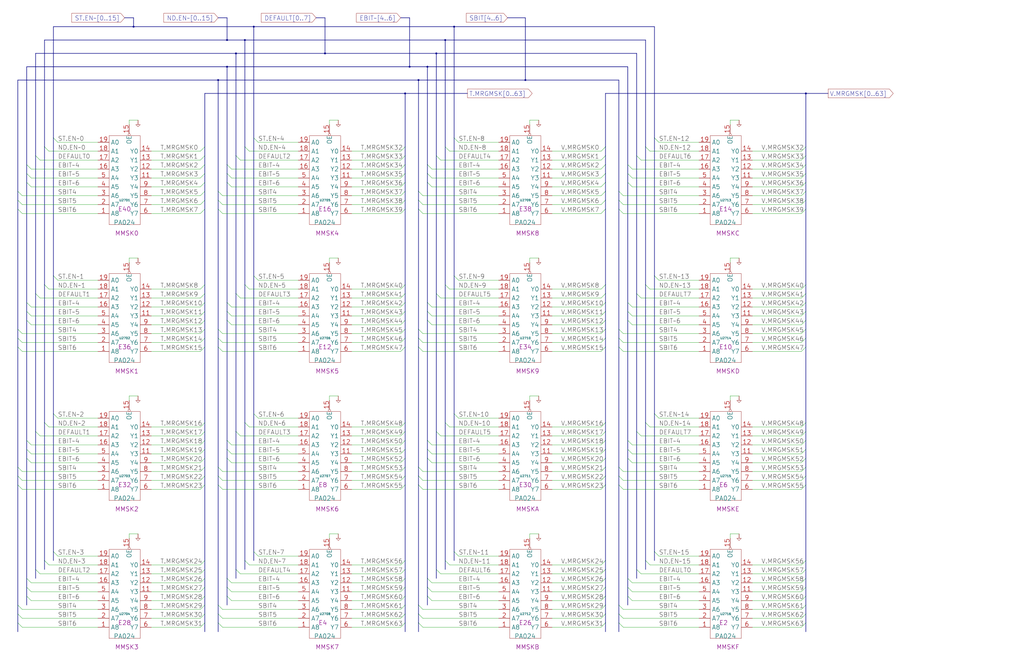
<source format=kicad_sch>
(kicad_sch (version 20250114) (generator "eeschema") (generator_version "9.0")
  (paper "User" 584.2 378.46)
  (title_block (title "MERGE MASK PROMS") (date "20-MAR-90") (rev "1.0") (comment 1 "FIU") (comment 2 "232-003065") (comment 3 "S400") (comment 4 "RELEASED"))
  (junction (at 299.72 45.72))
  (junction (at 139.7 22.86))
  (junction (at 129.54 22.86))
  (junction (at 459.74 53.34))
  (junction (at 243.84 38.1))
  (junction (at 248.92 30.48))
  (junction (at 144.78 15.24))
  (junction (at 231.14 53.34))
  (junction (at 129.54 38.1))
  (junction (at 185.42 30.48))
  (junction (at 134.62 30.48))
  (junction (at 238.76 45.72))
  (junction (at 124.46 45.72))
  (junction (at 76.2 15.24))
  (junction (at 259.08 15.24))
  (junction (at 233.68 38.1))
  (junction (at 254 22.86))
  (bus_entry (at 254 320.04) (size 2.54 2.54))
  (bus_entry (at 231.14 266.7) (size -2.54 2.54))
  (bus_entry (at 353.06 109.22) (size 2.54 2.54))
  (bus_entry (at 116.84 261.62) (size -2.54 2.54))
  (bus_entry (at 15.24 335.28) (size 2.54 2.54))
  (bus_entry (at 231.14 182.88) (size -2.54 2.54))
  (bus_entry (at 238.76 187.96) (size 2.54 2.54))
  (bus_entry (at 116.84 266.7) (size -2.54 2.54))
  (bus_entry (at 10.16 187.96) (size 2.54 2.54))
  (bus_entry (at 134.62 325.12) (size 2.54 2.54))
  (bus_entry (at 353.06 350.52) (size 2.54 2.54))
  (bus_entry (at 124.46 114.3) (size 2.54 2.54))
  (bus_entry (at 129.54 256.54) (size 2.54 2.54))
  (bus_entry (at 124.46 345.44) (size 2.54 2.54))
  (bus_entry (at 243.84 261.62) (size 2.54 2.54))
  (bus_entry (at 368.3 241.3) (size 2.54 2.54))
  (bus_entry (at 345.44 167.64) (size -2.54 2.54))
  (bus_entry (at 15.24 182.88) (size 2.54 2.54))
  (bus_entry (at 10.16 355.6) (size 2.54 2.54))
  (bus_entry (at 20.32 246.38) (size 2.54 2.54))
  (bus_entry (at 15.24 261.62) (size 2.54 2.54))
  (bus_entry (at 353.06 193.04) (size 2.54 2.54))
  (bus_entry (at 358.14 261.62) (size 2.54 2.54))
  (bus_entry (at 15.24 251.46) (size 2.54 2.54))
  (bus_entry (at 345.44 198.12) (size -2.54 2.54))
  (bus_entry (at 124.46 276.86) (size 2.54 2.54))
  (bus_entry (at 231.14 172.72) (size -2.54 2.54))
  (bus_entry (at 116.84 246.38) (size -2.54 2.54))
  (bus_entry (at 231.14 198.12) (size -2.54 2.54))
  (bus_entry (at 238.76 350.52) (size 2.54 2.54))
  (bus_entry (at 20.32 167.64) (size 2.54 2.54))
  (bus_entry (at 345.44 93.98) (size -2.54 2.54))
  (bus_entry (at 459.74 99.06) (size -2.54 2.54))
  (bus_entry (at 116.84 172.72) (size -2.54 2.54))
  (bus_entry (at 231.14 177.8) (size -2.54 2.54))
  (bus_entry (at 116.84 187.96) (size -2.54 2.54))
  (bus_entry (at 231.14 246.38) (size -2.54 2.54))
  (bus_entry (at 238.76 114.3) (size 2.54 2.54))
  (bus_entry (at 116.84 177.8) (size -2.54 2.54))
  (bus_entry (at 238.76 193.04) (size 2.54 2.54))
  (bus_entry (at 15.24 104.14) (size 2.54 2.54))
  (bus_entry (at 30.48 157.48) (size 2.54 2.54))
  (bus_entry (at 139.7 241.3) (size 2.54 2.54))
  (bus_entry (at 353.06 114.3) (size 2.54 2.54))
  (bus_entry (at 231.14 271.78) (size -2.54 2.54))
  (bus_entry (at 368.3 83.82) (size 2.54 2.54))
  (bus_entry (at 116.84 241.3) (size -2.54 2.54))
  (bus_entry (at 231.14 162.56) (size -2.54 2.54))
  (bus_entry (at 124.46 266.7) (size 2.54 2.54))
  (bus_entry (at 358.14 335.28) (size 2.54 2.54))
  (bus_entry (at 124.46 350.52) (size 2.54 2.54))
  (bus_entry (at 459.74 167.64) (size -2.54 2.54))
  (bus_entry (at 459.74 276.86) (size -2.54 2.54))
  (bus_entry (at 10.16 193.04) (size 2.54 2.54))
  (bus_entry (at 129.54 340.36) (size 2.54 2.54))
  (bus_entry (at 459.74 266.7) (size -2.54 2.54))
  (bus_entry (at 459.74 251.46) (size -2.54 2.54))
  (bus_entry (at 248.92 167.64) (size 2.54 2.54))
  (bus_entry (at 345.44 246.38) (size -2.54 2.54))
  (bus_entry (at 358.14 177.8) (size 2.54 2.54))
  (bus_entry (at 345.44 251.46) (size -2.54 2.54))
  (bus_entry (at 116.84 109.22) (size -2.54 2.54))
  (bus_entry (at 116.84 271.78) (size -2.54 2.54))
  (bus_entry (at 124.46 187.96) (size 2.54 2.54))
  (bus_entry (at 124.46 119.38) (size 2.54 2.54))
  (bus_entry (at 231.14 251.46) (size -2.54 2.54))
  (bus_entry (at 459.74 182.88) (size -2.54 2.54))
  (bus_entry (at 144.78 157.48) (size 2.54 2.54))
  (bus_entry (at 124.46 271.78) (size 2.54 2.54))
  (bus_entry (at 459.74 330.2) (size -2.54 2.54))
  (bus_entry (at 116.84 276.86) (size -2.54 2.54))
  (bus_entry (at 25.4 241.3) (size 2.54 2.54))
  (bus_entry (at 231.14 93.98) (size -2.54 2.54))
  (bus_entry (at 353.06 276.86) (size 2.54 2.54))
  (bus_entry (at 124.46 198.12) (size 2.54 2.54))
  (bus_entry (at 254 241.3) (size 2.54 2.54))
  (bus_entry (at 353.06 271.78) (size 2.54 2.54))
  (bus_entry (at 238.76 345.44) (size 2.54 2.54))
  (bus_entry (at 129.54 172.72) (size 2.54 2.54))
  (bus_entry (at 116.84 320.04) (size -2.54 2.54))
  (bus_entry (at 243.84 177.8) (size 2.54 2.54))
  (bus_entry (at 231.14 88.9) (size -2.54 2.54))
  (bus_entry (at 259.08 157.48) (size 2.54 2.54))
  (bus_entry (at 358.14 182.88) (size 2.54 2.54))
  (bus_entry (at 459.74 104.14) (size -2.54 2.54))
  (bus_entry (at 459.74 187.96) (size -2.54 2.54))
  (bus_entry (at 10.16 114.3) (size 2.54 2.54))
  (bus_entry (at 116.84 88.9) (size -2.54 2.54))
  (bus_entry (at 116.84 335.28) (size -2.54 2.54))
  (bus_entry (at 459.74 172.72) (size -2.54 2.54))
  (bus_entry (at 345.44 241.3) (size -2.54 2.54))
  (bus_entry (at 116.84 340.36) (size -2.54 2.54))
  (bus_entry (at 231.14 345.44) (size -2.54 2.54))
  (bus_entry (at 459.74 88.9) (size -2.54 2.54))
  (bus_entry (at 116.84 198.12) (size -2.54 2.54))
  (bus_entry (at 10.16 276.86) (size 2.54 2.54))
  (bus_entry (at 345.44 276.86) (size -2.54 2.54))
  (bus_entry (at 231.14 109.22) (size -2.54 2.54))
  (bus_entry (at 10.16 119.38) (size 2.54 2.54))
  (bus_entry (at 238.76 276.86) (size 2.54 2.54))
  (bus_entry (at 15.24 177.8) (size 2.54 2.54))
  (bus_entry (at 10.16 271.78) (size 2.54 2.54))
  (bus_entry (at 139.7 83.82) (size 2.54 2.54))
  (bus_entry (at 368.3 162.56) (size 2.54 2.54))
  (bus_entry (at 231.14 355.6) (size -2.54 2.54))
  (bus_entry (at 459.74 177.8) (size -2.54 2.54))
  (bus_entry (at 358.14 99.06) (size 2.54 2.54))
  (bus_entry (at 243.84 182.88) (size 2.54 2.54))
  (bus_entry (at 358.14 172.72) (size 2.54 2.54))
  (bus_entry (at 243.84 340.36) (size 2.54 2.54))
  (bus_entry (at 10.16 350.52) (size 2.54 2.54))
  (bus_entry (at 358.14 93.98) (size 2.54 2.54))
  (bus_entry (at 30.48 314.96) (size 2.54 2.54))
  (bus_entry (at 116.84 330.2) (size -2.54 2.54))
  (bus_entry (at 345.44 172.72) (size -2.54 2.54))
  (bus_entry (at 345.44 104.14) (size -2.54 2.54))
  (bus_entry (at 129.54 93.98) (size 2.54 2.54))
  (bus_entry (at 238.76 119.38) (size 2.54 2.54))
  (bus_entry (at 459.74 83.82) (size -2.54 2.54))
  (bus_entry (at 116.84 114.3) (size -2.54 2.54))
  (bus_entry (at 231.14 350.52) (size -2.54 2.54))
  (bus_entry (at 238.76 198.12) (size 2.54 2.54))
  (bus_entry (at 368.3 320.04) (size 2.54 2.54))
  (bus_entry (at 129.54 335.28) (size 2.54 2.54))
  (bus_entry (at 373.38 157.48) (size 2.54 2.54))
  (bus_entry (at 15.24 330.2) (size 2.54 2.54))
  (bus_entry (at 231.14 83.82) (size -2.54 2.54))
  (bus_entry (at 231.14 119.38) (size -2.54 2.54))
  (bus_entry (at 116.84 193.04) (size -2.54 2.54))
  (bus_entry (at 345.44 182.88) (size -2.54 2.54))
  (bus_entry (at 10.16 345.44) (size 2.54 2.54))
  (bus_entry (at 116.84 167.64) (size -2.54 2.54))
  (bus_entry (at 124.46 193.04) (size 2.54 2.54))
  (bus_entry (at 25.4 162.56) (size 2.54 2.54))
  (bus_entry (at 459.74 261.62) (size -2.54 2.54))
  (bus_entry (at 139.7 162.56) (size 2.54 2.54))
  (bus_entry (at 116.84 99.06) (size -2.54 2.54))
  (bus_entry (at 459.74 355.6) (size -2.54 2.54))
  (bus_entry (at 459.74 109.22) (size -2.54 2.54))
  (bus_entry (at 116.84 256.54) (size -2.54 2.54))
  (bus_entry (at 243.84 256.54) (size 2.54 2.54))
  (bus_entry (at 139.7 320.04) (size 2.54 2.54))
  (bus_entry (at 358.14 256.54) (size 2.54 2.54))
  (bus_entry (at 373.38 236.22) (size 2.54 2.54))
  (bus_entry (at 231.14 187.96) (size -2.54 2.54))
  (bus_entry (at 345.44 187.96) (size -2.54 2.54))
  (bus_entry (at 345.44 114.3) (size -2.54 2.54))
  (bus_entry (at 134.62 88.9) (size 2.54 2.54))
  (bus_entry (at 459.74 198.12) (size -2.54 2.54))
  (bus_entry (at 345.44 88.9) (size -2.54 2.54))
  (bus_entry (at 231.14 193.04) (size -2.54 2.54))
  (bus_entry (at 345.44 83.82) (size -2.54 2.54))
  (bus_entry (at 353.06 119.38) (size 2.54 2.54))
  (bus_entry (at 243.84 335.28) (size 2.54 2.54))
  (bus_entry (at 231.14 99.06) (size -2.54 2.54))
  (bus_entry (at 345.44 99.06) (size -2.54 2.54))
  (bus_entry (at 15.24 256.54) (size 2.54 2.54))
  (bus_entry (at 358.14 104.14) (size 2.54 2.54))
  (bus_entry (at 363.22 246.38) (size 2.54 2.54))
  (bus_entry (at 345.44 261.62) (size -2.54 2.54))
  (bus_entry (at 144.78 78.74) (size 2.54 2.54))
  (bus_entry (at 134.62 167.64) (size 2.54 2.54))
  (bus_entry (at 243.84 172.72) (size 2.54 2.54))
  (bus_entry (at 30.48 236.22) (size 2.54 2.54))
  (bus_entry (at 243.84 330.2) (size 2.54 2.54))
  (bus_entry (at 363.22 325.12) (size 2.54 2.54))
  (bus_entry (at 231.14 340.36) (size -2.54 2.54))
  (bus_entry (at 10.16 266.7) (size 2.54 2.54))
  (bus_entry (at 15.24 93.98) (size 2.54 2.54))
  (bus_entry (at 231.14 330.2) (size -2.54 2.54))
  (bus_entry (at 231.14 104.14) (size -2.54 2.54))
  (bus_entry (at 231.14 256.54) (size -2.54 2.54))
  (bus_entry (at 134.62 246.38) (size 2.54 2.54))
  (bus_entry (at 345.44 193.04) (size -2.54 2.54))
  (bus_entry (at 238.76 109.22) (size 2.54 2.54))
  (bus_entry (at 129.54 182.88) (size 2.54 2.54))
  (bus_entry (at 363.22 88.9) (size 2.54 2.54))
  (bus_entry (at 129.54 104.14) (size 2.54 2.54))
  (bus_entry (at 238.76 271.78) (size 2.54 2.54))
  (bus_entry (at 10.16 109.22) (size 2.54 2.54))
  (bus_entry (at 116.84 104.14) (size -2.54 2.54))
  (bus_entry (at 116.84 345.44) (size -2.54 2.54))
  (bus_entry (at 231.14 261.62) (size -2.54 2.54))
  (bus_entry (at 231.14 114.3) (size -2.54 2.54))
  (bus_entry (at 243.84 251.46) (size 2.54 2.54))
  (bus_entry (at 345.44 256.54) (size -2.54 2.54))
  (bus_entry (at 345.44 109.22) (size -2.54 2.54))
  (bus_entry (at 459.74 114.3) (size -2.54 2.54))
  (bus_entry (at 373.38 314.96) (size 2.54 2.54))
  (bus_entry (at 459.74 320.04) (size -2.54 2.54))
  (bus_entry (at 15.24 172.72) (size 2.54 2.54))
  (bus_entry (at 345.44 340.36) (size -2.54 2.54))
  (bus_entry (at 459.74 350.52) (size -2.54 2.54))
  (bus_entry (at 129.54 330.2) (size 2.54 2.54))
  (bus_entry (at 116.84 355.6) (size -2.54 2.54))
  (bus_entry (at 345.44 335.28) (size -2.54 2.54))
  (bus_entry (at 129.54 177.8) (size 2.54 2.54))
  (bus_entry (at 353.06 266.7) (size 2.54 2.54))
  (bus_entry (at 15.24 99.06) (size 2.54 2.54))
  (bus_entry (at 259.08 78.74) (size 2.54 2.54))
  (bus_entry (at 345.44 330.2) (size -2.54 2.54))
  (bus_entry (at 243.84 93.98) (size 2.54 2.54))
  (bus_entry (at 243.84 99.06) (size 2.54 2.54))
  (bus_entry (at 459.74 193.04) (size -2.54 2.54))
  (bus_entry (at 353.06 355.6) (size 2.54 2.54))
  (bus_entry (at 144.78 314.96) (size 2.54 2.54))
  (bus_entry (at 248.92 88.9) (size 2.54 2.54))
  (bus_entry (at 459.74 335.28) (size -2.54 2.54))
  (bus_entry (at 231.14 167.64) (size -2.54 2.54))
  (bus_entry (at 259.08 314.96) (size 2.54 2.54))
  (bus_entry (at 231.14 335.28) (size -2.54 2.54))
  (bus_entry (at 254 83.82) (size 2.54 2.54))
  (bus_entry (at 116.84 350.52) (size -2.54 2.54))
  (bus_entry (at 231.14 320.04) (size -2.54 2.54))
  (bus_entry (at 459.74 256.54) (size -2.54 2.54))
  (bus_entry (at 144.78 236.22) (size 2.54 2.54))
  (bus_entry (at 459.74 246.38) (size -2.54 2.54))
  (bus_entry (at 20.32 88.9) (size 2.54 2.54))
  (bus_entry (at 345.44 350.52) (size -2.54 2.54))
  (bus_entry (at 373.38 78.74) (size 2.54 2.54))
  (bus_entry (at 116.84 162.56) (size -2.54 2.54))
  (bus_entry (at 459.74 345.44) (size -2.54 2.54))
  (bus_entry (at 358.14 340.36) (size 2.54 2.54))
  (bus_entry (at 20.32 325.12) (size 2.54 2.54))
  (bus_entry (at 243.84 104.14) (size 2.54 2.54))
  (bus_entry (at 459.74 340.36) (size -2.54 2.54))
  (bus_entry (at 231.14 276.86) (size -2.54 2.54))
  (bus_entry (at 248.92 325.12) (size 2.54 2.54))
  (bus_entry (at 124.46 109.22) (size 2.54 2.54))
  (bus_entry (at 459.74 271.78) (size -2.54 2.54))
  (bus_entry (at 345.44 177.8) (size -2.54 2.54))
  (bus_entry (at 345.44 355.6) (size -2.54 2.54))
  (bus_entry (at 116.84 119.38) (size -2.54 2.54))
  (bus_entry (at 25.4 83.82) (size 2.54 2.54))
  (bus_entry (at 129.54 99.06) (size 2.54 2.54))
  (bus_entry (at 248.92 246.38) (size 2.54 2.54))
  (bus_entry (at 353.06 198.12) (size 2.54 2.54))
  (bus_entry (at 254 162.56) (size 2.54 2.54))
  (bus_entry (at 358.14 251.46) (size 2.54 2.54))
  (bus_entry (at 345.44 162.56) (size -2.54 2.54))
  (bus_entry (at 353.06 187.96) (size 2.54 2.54))
  (bus_entry (at 129.54 261.62) (size 2.54 2.54))
  (bus_entry (at 238.76 355.6) (size 2.54 2.54))
  (bus_entry (at 25.4 320.04) (size 2.54 2.54))
  (bus_entry (at 124.46 355.6) (size 2.54 2.54))
  (bus_entry (at 459.74 162.56) (size -2.54 2.54))
  (bus_entry (at 116.84 182.88) (size -2.54 2.54))
  (bus_entry (at 116.84 93.98) (size -2.54 2.54))
  (bus_entry (at 345.44 325.12) (size -2.54 2.54))
  (bus_entry (at 30.48 78.74) (size 2.54 2.54))
  (bus_entry (at 15.24 340.36) (size 2.54 2.54))
  (bus_entry (at 231.14 241.3) (size -2.54 2.54))
  (bus_entry (at 238.76 266.7) (size 2.54 2.54))
  (bus_entry (at 459.74 241.3) (size -2.54 2.54))
  (bus_entry (at 116.84 83.82) (size -2.54 2.54))
  (bus_entry (at 345.44 320.04) (size -2.54 2.54))
  (bus_entry (at 116.84 251.46) (size -2.54 2.54))
  (bus_entry (at 10.16 198.12) (size 2.54 2.54))
  (bus_entry (at 116.84 325.12) (size -2.54 2.54))
  (bus_entry (at 345.44 266.7) (size -2.54 2.54))
  (bus_entry (at 459.74 119.38) (size -2.54 2.54))
  (bus_entry (at 358.14 330.2) (size 2.54 2.54))
  (bus_entry (at 259.08 236.22) (size 2.54 2.54))
  (bus_entry (at 345.44 271.78) (size -2.54 2.54))
  (bus_entry (at 459.74 93.98) (size -2.54 2.54))
  (bus_entry (at 353.06 345.44) (size 2.54 2.54))
  (bus_entry (at 129.54 251.46) (size 2.54 2.54))
  (bus_entry (at 459.74 325.12) (size -2.54 2.54))
  (bus_entry (at 345.44 119.38) (size -2.54 2.54))
  (bus_entry (at 345.44 345.44) (size -2.54 2.54))
  (bus_entry (at 231.14 325.12) (size -2.54 2.54))
  (bus_entry (at 363.22 167.64) (size 2.54 2.54))
  (bus (pts (xy 116.84 172.72) (xy 116.84 177.8)))
  (bus (pts (xy 25.4 22.86) (xy 25.4 83.82)))
  (wire (pts (xy 137.16 91.44) (xy 170.18 91.44)))
  (wire (pts (xy 200.66 116.84) (xy 228.6 116.84)))
  (bus (pts (xy 116.84 109.22) (xy 116.84 114.3)))
  (bus (pts (xy 254 22.86) (xy 368.3 22.86)))
  (wire (pts (xy 365.76 248.92) (xy 398.78 248.92)))
  (wire (pts (xy 246.38 254) (xy 284.48 254)))
  (wire (pts (xy 22.86 170.18) (xy 55.88 170.18)))
  (bus (pts (xy 134.62 167.64) (xy 134.62 246.38)))
  (wire (pts (xy 416.56 226.06) (xy 416.56 228.6)))
  (wire (pts (xy 241.3 111.76) (xy 284.48 111.76)))
  (bus (pts (xy 124.46 109.22) (xy 124.46 114.3)))
  (bus (pts (xy 129.54 340.36) (xy 129.54 345.44)))
  (wire (pts (xy 307.34 304.8) (xy 302.26 304.8)))
  (bus (pts (xy 259.08 15.24) (xy 373.38 15.24)))
  (wire (pts (xy 132.08 185.42) (xy 170.18 185.42)))
  (bus (pts (xy 231.14 251.46) (xy 231.14 256.54)))
  (wire (pts (xy 12.7 274.32) (xy 55.88 274.32)))
  (wire (pts (xy 429.26 342.9) (xy 457.2 342.9)))
  (bus (pts (xy 243.84 172.72) (xy 243.84 177.8)))
  (wire (pts (xy 261.62 160.02) (xy 284.48 160.02)))
  (bus (pts (xy 124.46 345.44) (xy 124.46 350.52)))
  (bus (pts (xy 231.14 162.56) (xy 231.14 167.64)))
  (wire (pts (xy 251.46 170.18) (xy 284.48 170.18)))
  (bus (pts (xy 289.56 10.16) (xy 299.72 10.16)))
  (wire (pts (xy 86.36 254) (xy 114.3 254)))
  (wire (pts (xy 355.6 116.84) (xy 398.78 116.84)))
  (bus (pts (xy 243.84 104.14) (xy 243.84 172.72)))
  (wire (pts (xy 17.78 185.42) (xy 55.88 185.42)))
  (wire (pts (xy 127 269.24) (xy 170.18 269.24)))
  (wire (pts (xy 355.6 279.4) (xy 398.78 279.4)))
  (wire (pts (xy 200.66 347.98) (xy 228.6 347.98)))
  (bus (pts (xy 134.62 325.12) (xy 134.62 330.2)))
  (wire (pts (xy 314.96 190.5) (xy 342.9 190.5)))
  (bus (pts (xy 459.74 198.12) (xy 459.74 241.3)))
  (bus (pts (xy 248.92 30.48) (xy 248.92 88.9)))
  (wire (pts (xy 200.66 358.14) (xy 228.6 358.14)))
  (bus (pts (xy 129.54 93.98) (xy 129.54 99.06)))
  (wire (pts (xy 86.36 195.58) (xy 114.3 195.58)))
  (bus (pts (xy 243.84 256.54) (xy 243.84 261.62)))
  (bus (pts (xy 243.84 330.2) (xy 243.84 335.28)))
  (wire (pts (xy 429.26 337.82) (xy 457.2 337.82)))
  (wire (pts (xy 17.78 101.6) (xy 55.88 101.6)))
  (bus (pts (xy 185.42 30.48) (xy 248.92 30.48)))
  (bus (pts (xy 144.78 314.96) (xy 144.78 320.04)))
  (bus (pts (xy 10.16 276.86) (xy 10.16 345.44)))
  (wire (pts (xy 200.66 332.74) (xy 228.6 332.74)))
  (bus (pts (xy 231.14 320.04) (xy 231.14 325.12)))
  (bus (pts (xy 459.74 320.04) (xy 459.74 325.12)))
  (wire (pts (xy 127 111.76) (xy 170.18 111.76)))
  (bus (pts (xy 353.06 193.04) (xy 353.06 198.12)))
  (wire (pts (xy 27.94 322.58) (xy 55.88 322.58)))
  (wire (pts (xy 246.38 175.26) (xy 284.48 175.26)))
  (wire (pts (xy 421.64 304.8) (xy 416.56 304.8)))
  (bus (pts (xy 15.24 335.28) (xy 15.24 340.36)))
  (wire (pts (xy 314.96 180.34) (xy 342.9 180.34)))
  (wire (pts (xy 246.38 101.6) (xy 284.48 101.6)))
  (bus (pts (xy 116.84 261.62) (xy 116.84 266.7)))
  (wire (pts (xy 429.26 259.08) (xy 457.2 259.08)))
  (wire (pts (xy 241.3 274.32) (xy 284.48 274.32)))
  (bus (pts (xy 345.44 93.98) (xy 345.44 99.06)))
  (wire (pts (xy 200.66 96.52) (xy 228.6 96.52)))
  (wire (pts (xy 12.7 200.66) (xy 55.88 200.66)))
  (wire (pts (xy 370.84 243.84) (xy 398.78 243.84)))
  (bus (pts (xy 231.14 340.36) (xy 231.14 345.44)))
  (bus (pts (xy 363.22 88.9) (xy 363.22 167.64)))
  (bus (pts (xy 259.08 314.96) (xy 259.08 320.04)))
  (wire (pts (xy 314.96 106.68) (xy 342.9 106.68)))
  (bus (pts (xy 368.3 83.82) (xy 368.3 162.56)))
  (wire (pts (xy 12.7 121.92) (xy 55.88 121.92)))
  (bus (pts (xy 231.14 271.78) (xy 231.14 276.86)))
  (wire (pts (xy 429.26 347.98) (xy 457.2 347.98)))
  (wire (pts (xy 314.96 269.24) (xy 342.9 269.24)))
  (bus (pts (xy 358.14 330.2) (xy 358.14 335.28)))
  (bus (pts (xy 116.84 340.36) (xy 116.84 345.44)))
  (bus (pts (xy 116.84 271.78) (xy 116.84 276.86)))
  (bus (pts (xy 10.16 271.78) (xy 10.16 276.86)))
  (bus (pts (xy 459.74 53.34) (xy 472.44 53.34)))
  (bus (pts (xy 345.44 246.38) (xy 345.44 251.46)))
  (bus (pts (xy 299.72 45.72) (xy 353.06 45.72)))
  (bus (pts (xy 231.14 261.62) (xy 231.14 266.7)))
  (bus (pts (xy 238.76 193.04) (xy 238.76 198.12)))
  (wire (pts (xy 132.08 259.08) (xy 170.18 259.08)))
  (bus (pts (xy 345.44 99.06) (xy 345.44 104.14)))
  (wire (pts (xy 86.36 322.58) (xy 114.3 322.58)))
  (wire (pts (xy 429.26 195.58) (xy 457.2 195.58)))
  (wire (pts (xy 429.26 269.24) (xy 457.2 269.24)))
  (wire (pts (xy 86.36 264.16) (xy 114.3 264.16)))
  (wire (pts (xy 246.38 96.52) (xy 284.48 96.52)))
  (bus (pts (xy 231.14 241.3) (xy 231.14 246.38)))
  (bus (pts (xy 25.4 320.04) (xy 25.4 325.12)))
  (wire (pts (xy 314.96 165.1) (xy 342.9 165.1)))
  (wire (pts (xy 429.26 185.42) (xy 457.2 185.42)))
  (wire (pts (xy 314.96 116.84) (xy 342.9 116.84)))
  (wire (pts (xy 73.66 304.8) (xy 73.66 307.34)))
  (bus (pts (xy 231.14 276.86) (xy 231.14 320.04)))
  (bus (pts (xy 116.84 99.06) (xy 116.84 104.14)))
  (wire (pts (xy 86.36 121.92) (xy 114.3 121.92)))
  (wire (pts (xy 314.96 111.76) (xy 342.9 111.76)))
  (wire (pts (xy 355.6 269.24) (xy 398.78 269.24)))
  (wire (pts (xy 421.64 226.06) (xy 416.56 226.06)))
  (bus (pts (xy 116.84 162.56) (xy 116.84 167.64)))
  (wire (pts (xy 12.7 358.14) (xy 55.88 358.14)))
  (wire (pts (xy 241.3 269.24) (xy 284.48 269.24)))
  (wire (pts (xy 256.54 165.1) (xy 284.48 165.1)))
  (bus (pts (xy 243.84 261.62) (xy 243.84 330.2)))
  (wire (pts (xy 86.36 347.98) (xy 114.3 347.98)))
  (wire (pts (xy 132.08 180.34) (xy 170.18 180.34)))
  (bus (pts (xy 20.32 246.38) (xy 20.32 325.12)))
  (bus (pts (xy 459.74 193.04) (xy 459.74 198.12)))
  (bus (pts (xy 345.44 53.34) (xy 345.44 83.82)))
  (bus (pts (xy 129.54 256.54) (xy 129.54 261.62)))
  (bus (pts (xy 10.16 355.6) (xy 10.16 360.68)))
  (wire (pts (xy 17.78 106.68) (xy 55.88 106.68)))
  (wire (pts (xy 127 121.92) (xy 170.18 121.92)))
  (wire (pts (xy 429.26 248.92) (xy 457.2 248.92)))
  (bus (pts (xy 243.84 340.36) (xy 243.84 345.44)))
  (wire (pts (xy 12.7 269.24) (xy 55.88 269.24)))
  (wire (pts (xy 246.38 264.16) (xy 284.48 264.16)))
  (bus (pts (xy 139.7 162.56) (xy 139.7 241.3)))
  (wire (pts (xy 86.36 86.36) (xy 114.3 86.36)))
  (wire (pts (xy 86.36 106.68) (xy 114.3 106.68)))
  (bus (pts (xy 345.44 251.46) (xy 345.44 256.54)))
  (bus (pts (xy 373.38 314.96) (xy 373.38 320.04)))
  (bus (pts (xy 345.44 241.3) (xy 345.44 246.38)))
  (wire (pts (xy 241.3 347.98) (xy 284.48 347.98)))
  (wire (pts (xy 200.66 200.66) (xy 228.6 200.66)))
  (bus (pts (xy 345.44 193.04) (xy 345.44 198.12)))
  (bus (pts (xy 124.46 350.52) (xy 124.46 355.6)))
  (bus (pts (xy 459.74 261.62) (xy 459.74 266.7)))
  (wire (pts (xy 200.66 259.08) (xy 228.6 259.08)))
  (bus (pts (xy 345.44 261.62) (xy 345.44 266.7)))
  (bus (pts (xy 459.74 104.14) (xy 459.74 109.22)))
  (wire (pts (xy 12.7 116.84) (xy 55.88 116.84)))
  (wire (pts (xy 365.76 91.44) (xy 398.78 91.44)))
  (bus (pts (xy 10.16 187.96) (xy 10.16 193.04)))
  (wire (pts (xy 86.36 353.06) (xy 114.3 353.06)))
  (wire (pts (xy 127 190.5) (xy 170.18 190.5)))
  (wire (pts (xy 314.96 195.58) (xy 342.9 195.58)))
  (bus (pts (xy 139.7 241.3) (xy 139.7 320.04)))
  (wire (pts (xy 429.26 279.4) (xy 457.2 279.4)))
  (wire (pts (xy 33.02 160.02) (xy 55.88 160.02)))
  (wire (pts (xy 360.68 101.6) (xy 398.78 101.6)))
  (bus (pts (xy 238.76 45.72) (xy 238.76 109.22)))
  (wire (pts (xy 314.96 254) (xy 342.9 254)))
  (bus (pts (xy 231.14 266.7) (xy 231.14 271.78)))
  (bus (pts (xy 231.14 335.28) (xy 231.14 340.36)))
  (bus (pts (xy 124.46 187.96) (xy 124.46 193.04)))
  (bus (pts (xy 459.74 114.3) (xy 459.74 119.38)))
  (bus (pts (xy 459.74 109.22) (xy 459.74 114.3)))
  (bus (pts (xy 129.54 10.16) (xy 129.54 22.86)))
  (bus (pts (xy 459.74 335.28) (xy 459.74 340.36)))
  (bus (pts (xy 459.74 93.98) (xy 459.74 99.06)))
  (bus (pts (xy 358.14 38.1) (xy 358.14 93.98)))
  (bus (pts (xy 459.74 167.64) (xy 459.74 172.72)))
  (wire (pts (xy 429.26 332.74) (xy 457.2 332.74)))
  (bus (pts (xy 238.76 45.72) (xy 299.72 45.72)))
  (bus (pts (xy 345.44 335.28) (xy 345.44 340.36)))
  (bus (pts (xy 116.84 93.98) (xy 116.84 99.06)))
  (bus (pts (xy 345.44 162.56) (xy 345.44 167.64)))
  (wire (pts (xy 246.38 342.9) (xy 284.48 342.9)))
  (wire (pts (xy 200.66 185.42) (xy 228.6 185.42)))
  (bus (pts (xy 233.68 38.1) (xy 243.84 38.1)))
  (bus (pts (xy 124.46 10.16) (xy 129.54 10.16)))
  (bus (pts (xy 238.76 187.96) (xy 238.76 193.04)))
  (wire (pts (xy 429.26 327.66) (xy 457.2 327.66)))
  (bus (pts (xy 129.54 99.06) (xy 129.54 104.14)))
  (bus (pts (xy 231.14 355.6) (xy 231.14 360.68)))
  (bus (pts (xy 25.4 22.86) (xy 129.54 22.86)))
  (wire (pts (xy 86.36 175.26) (xy 114.3 175.26)))
  (wire (pts (xy 200.66 327.66) (xy 228.6 327.66)))
  (bus (pts (xy 15.24 93.98) (xy 15.24 99.06)))
  (bus (pts (xy 459.74 271.78) (xy 459.74 276.86)))
  (bus (pts (xy 139.7 320.04) (xy 139.7 325.12)))
  (wire (pts (xy 261.62 81.28) (xy 284.48 81.28)))
  (wire (pts (xy 86.36 111.76) (xy 114.3 111.76)))
  (bus (pts (xy 358.14 256.54) (xy 358.14 261.62)))
  (wire (pts (xy 147.32 317.5) (xy 170.18 317.5)))
  (wire (pts (xy 355.6 111.76) (xy 398.78 111.76)))
  (wire (pts (xy 200.66 274.32) (xy 228.6 274.32)))
  (wire (pts (xy 421.64 68.58) (xy 416.56 68.58)))
  (bus (pts (xy 345.44 177.8) (xy 345.44 182.88)))
  (wire (pts (xy 132.08 254) (xy 170.18 254)))
  (bus (pts (xy 368.3 22.86) (xy 368.3 83.82)))
  (bus (pts (xy 129.54 22.86) (xy 139.7 22.86)))
  (wire (pts (xy 429.26 180.34) (xy 457.2 180.34)))
  (wire (pts (xy 27.94 86.36) (xy 55.88 86.36)))
  (wire (pts (xy 200.66 170.18) (xy 228.6 170.18)))
  (wire (pts (xy 22.86 91.44) (xy 55.88 91.44)))
  (wire (pts (xy 307.34 147.32) (xy 302.26 147.32)))
  (bus (pts (xy 459.74 172.72) (xy 459.74 177.8)))
  (wire (pts (xy 78.74 304.8) (xy 73.66 304.8)))
  (bus (pts (xy 248.92 30.48) (xy 363.22 30.48)))
  (bus (pts (xy 459.74 99.06) (xy 459.74 104.14)))
  (wire (pts (xy 33.02 317.5) (xy 55.88 317.5)))
  (bus (pts (xy 15.24 104.14) (xy 15.24 172.72)))
  (bus (pts (xy 116.84 198.12) (xy 116.84 241.3)))
  (bus (pts (xy 353.06 345.44) (xy 353.06 350.52)))
  (wire (pts (xy 142.24 243.84) (xy 170.18 243.84)))
  (bus (pts (xy 373.38 78.74) (xy 373.38 157.48)))
  (wire (pts (xy 365.76 327.66) (xy 398.78 327.66)))
  (bus (pts (xy 353.06 119.38) (xy 353.06 187.96)))
  (bus (pts (xy 15.24 177.8) (xy 15.24 182.88)))
  (bus (pts (xy 116.84 193.04) (xy 116.84 198.12)))
  (bus (pts (xy 345.44 88.9) (xy 345.44 93.98)))
  (bus (pts (xy 116.84 276.86) (xy 116.84 320.04)))
  (bus (pts (xy 30.48 236.22) (xy 30.48 314.96)))
  (bus (pts (xy 139.7 22.86) (xy 254 22.86)))
  (wire (pts (xy 314.96 200.66) (xy 342.9 200.66)))
  (wire (pts (xy 127 116.84) (xy 170.18 116.84)))
  (bus (pts (xy 353.06 114.3) (xy 353.06 119.38)))
  (wire (pts (xy 251.46 248.92) (xy 284.48 248.92)))
  (wire (pts (xy 375.92 238.76) (xy 398.78 238.76)))
  (bus (pts (xy 459.74 88.9) (xy 459.74 93.98)))
  (bus (pts (xy 76.2 15.24) (xy 144.78 15.24)))
  (bus (pts (xy 15.24 261.62) (xy 15.24 330.2)))
  (bus (pts (xy 345.44 53.34) (xy 459.74 53.34)))
  (bus (pts (xy 373.38 15.24) (xy 373.38 78.74)))
  (bus (pts (xy 345.44 109.22) (xy 345.44 114.3)))
  (bus (pts (xy 243.84 177.8) (xy 243.84 182.88)))
  (wire (pts (xy 307.34 68.58) (xy 302.26 68.58)))
  (wire (pts (xy 127 195.58) (xy 170.18 195.58)))
  (bus (pts (xy 345.44 350.52) (xy 345.44 355.6)))
  (wire (pts (xy 246.38 332.74) (xy 284.48 332.74)))
  (bus (pts (xy 129.54 335.28) (xy 129.54 340.36)))
  (bus (pts (xy 345.44 330.2) (xy 345.44 335.28)))
  (bus (pts (xy 358.14 251.46) (xy 358.14 256.54)))
  (bus (pts (xy 345.44 345.44) (xy 345.44 350.52)))
  (wire (pts (xy 127 358.14) (xy 170.18 358.14)))
  (wire (pts (xy 355.6 200.66) (xy 398.78 200.66)))
  (wire (pts (xy 429.26 264.16) (xy 457.2 264.16)))
  (wire (pts (xy 200.66 86.36) (xy 228.6 86.36)))
  (bus (pts (xy 30.48 157.48) (xy 30.48 236.22)))
  (wire (pts (xy 147.32 81.28) (xy 170.18 81.28)))
  (bus (pts (xy 129.54 182.88) (xy 129.54 251.46)))
  (wire (pts (xy 355.6 274.32) (xy 398.78 274.32)))
  (bus (pts (xy 116.84 256.54) (xy 116.84 261.62)))
  (wire (pts (xy 200.66 101.6) (xy 228.6 101.6)))
  (wire (pts (xy 261.62 238.76) (xy 284.48 238.76)))
  (wire (pts (xy 200.66 254) (xy 228.6 254)))
  (bus (pts (xy 20.32 30.48) (xy 20.32 88.9)))
  (wire (pts (xy 193.04 68.58) (xy 187.96 68.58)))
  (wire (pts (xy 360.68 96.52) (xy 398.78 96.52)))
  (bus (pts (xy 363.22 30.48) (xy 363.22 88.9)))
  (wire (pts (xy 429.26 322.58) (xy 457.2 322.58)))
  (wire (pts (xy 416.56 147.32) (xy 416.56 149.86)))
  (wire (pts (xy 200.66 180.34) (xy 228.6 180.34)))
  (bus (pts (xy 134.62 88.9) (xy 134.62 167.64)))
  (wire (pts (xy 200.66 269.24) (xy 228.6 269.24)))
  (bus (pts (xy 358.14 182.88) (xy 358.14 251.46)))
  (bus (pts (xy 353.06 198.12) (xy 353.06 266.7)))
  (wire (pts (xy 132.08 96.52) (xy 170.18 96.52)))
  (bus (pts (xy 129.54 251.46) (xy 129.54 256.54)))
  (bus (pts (xy 243.84 99.06) (xy 243.84 104.14)))
  (bus (pts (xy 459.74 340.36) (xy 459.74 345.44)))
  (bus (pts (xy 259.08 78.74) (xy 259.08 157.48)))
  (bus (pts (xy 459.74 162.56) (xy 459.74 167.64)))
  (wire (pts (xy 429.26 121.92) (xy 457.2 121.92)))
  (bus (pts (xy 30.48 314.96) (xy 30.48 320.04)))
  (bus (pts (xy 345.44 167.64) (xy 345.44 172.72)))
  (bus (pts (xy 368.3 241.3) (xy 368.3 320.04)))
  (wire (pts (xy 314.96 91.44) (xy 342.9 91.44)))
  (bus (pts (xy 243.84 251.46) (xy 243.84 256.54)))
  (bus (pts (xy 116.84 119.38) (xy 116.84 162.56)))
  (wire (pts (xy 200.66 279.4) (xy 228.6 279.4)))
  (wire (pts (xy 200.66 342.9) (xy 228.6 342.9)))
  (wire (pts (xy 314.96 86.36) (xy 342.9 86.36)))
  (wire (pts (xy 132.08 332.74) (xy 170.18 332.74)))
  (bus (pts (xy 15.24 340.36) (xy 15.24 345.44)))
  (wire (pts (xy 302.26 304.8) (xy 302.26 307.34)))
  (wire (pts (xy 314.96 175.26) (xy 342.9 175.26)))
  (wire (pts (xy 421.64 147.32) (xy 416.56 147.32)))
  (wire (pts (xy 375.92 81.28) (xy 398.78 81.28)))
  (bus (pts (xy 358.14 99.06) (xy 358.14 104.14)))
  (bus (pts (xy 459.74 119.38) (xy 459.74 162.56)))
  (bus (pts (xy 345.44 325.12) (xy 345.44 330.2)))
  (wire (pts (xy 416.56 304.8) (xy 416.56 307.34)))
  (wire (pts (xy 360.68 180.34) (xy 398.78 180.34)))
  (wire (pts (xy 355.6 353.06) (xy 398.78 353.06)))
  (wire (pts (xy 246.38 337.82) (xy 284.48 337.82)))
  (wire (pts (xy 314.96 322.58) (xy 342.9 322.58)))
  (bus (pts (xy 76.2 10.16) (xy 76.2 15.24)))
  (wire (pts (xy 241.3 200.66) (xy 284.48 200.66)))
  (bus (pts (xy 363.22 325.12) (xy 363.22 330.2)))
  (bus (pts (xy 358.14 335.28) (xy 358.14 340.36)))
  (bus (pts (xy 353.06 355.6) (xy 353.06 360.68)))
  (bus (pts (xy 259.08 236.22) (xy 259.08 314.96)))
  (wire (pts (xy 429.26 101.6) (xy 457.2 101.6)))
  (wire (pts (xy 86.36 269.24) (xy 114.3 269.24)))
  (wire (pts (xy 429.26 111.76) (xy 457.2 111.76)))
  (wire (pts (xy 137.16 170.18) (xy 170.18 170.18)))
  (bus (pts (xy 25.4 241.3) (xy 25.4 320.04)))
  (bus (pts (xy 345.44 256.54) (xy 345.44 261.62)))
  (bus (pts (xy 459.74 177.8) (xy 459.74 182.88)))
  (bus (pts (xy 345.44 182.88) (xy 345.44 187.96)))
  (bus (pts (xy 129.54 172.72) (xy 129.54 177.8)))
  (wire (pts (xy 17.78 175.26) (xy 55.88 175.26)))
  (wire (pts (xy 200.66 353.06) (xy 228.6 353.06)))
  (wire (pts (xy 429.26 200.66) (xy 457.2 200.66)))
  (bus (pts (xy 134.62 30.48) (xy 134.62 88.9)))
  (wire (pts (xy 142.24 86.36) (xy 170.18 86.36)))
  (bus (pts (xy 243.84 182.88) (xy 243.84 251.46)))
  (wire (pts (xy 17.78 254) (xy 55.88 254)))
  (bus (pts (xy 345.44 104.14) (xy 345.44 109.22)))
  (bus (pts (xy 25.4 162.56) (xy 25.4 241.3)))
  (wire (pts (xy 200.66 264.16) (xy 228.6 264.16)))
  (wire (pts (xy 86.36 332.74) (xy 114.3 332.74)))
  (bus (pts (xy 116.84 355.6) (xy 116.84 360.68)))
  (wire (pts (xy 429.26 353.06) (xy 457.2 353.06)))
  (wire (pts (xy 86.36 180.34) (xy 114.3 180.34)))
  (bus (pts (xy 116.84 53.34) (xy 116.84 83.82)))
  (bus (pts (xy 116.84 330.2) (xy 116.84 335.28)))
  (bus (pts (xy 459.74 266.7) (xy 459.74 271.78)))
  (wire (pts (xy 86.36 200.66) (xy 114.3 200.66)))
  (bus (pts (xy 134.62 246.38) (xy 134.62 325.12)))
  (wire (pts (xy 314.96 259.08) (xy 342.9 259.08)))
  (wire (pts (xy 314.96 327.66) (xy 342.9 327.66)))
  (bus (pts (xy 231.14 119.38) (xy 231.14 162.56)))
  (wire (pts (xy 355.6 121.92) (xy 398.78 121.92)))
  (bus (pts (xy 10.16 198.12) (xy 10.16 266.7)))
  (bus (pts (xy 238.76 350.52) (xy 238.76 355.6)))
  (bus (pts (xy 231.14 99.06) (xy 231.14 104.14)))
  (wire (pts (xy 256.54 243.84) (xy 284.48 243.84)))
  (wire (pts (xy 360.68 175.26) (xy 398.78 175.26)))
  (wire (pts (xy 241.3 279.4) (xy 284.48 279.4)))
  (bus (pts (xy 373.38 157.48) (xy 373.38 236.22)))
  (wire (pts (xy 12.7 195.58) (xy 55.88 195.58)))
  (bus (pts (xy 231.14 246.38) (xy 231.14 251.46)))
  (bus (pts (xy 459.74 330.2) (xy 459.74 335.28)))
  (wire (pts (xy 137.16 327.66) (xy 170.18 327.66)))
  (bus (pts (xy 353.06 187.96) (xy 353.06 193.04)))
  (wire (pts (xy 17.78 96.52) (xy 55.88 96.52)))
  (bus (pts (xy 124.46 271.78) (xy 124.46 276.86)))
  (bus (pts (xy 231.14 53.34) (xy 231.14 83.82)))
  (wire (pts (xy 314.96 121.92) (xy 342.9 121.92)))
  (wire (pts (xy 429.26 254) (xy 457.2 254)))
  (wire (pts (xy 355.6 347.98) (xy 398.78 347.98)))
  (bus (pts (xy 345.44 187.96) (xy 345.44 193.04)))
  (bus (pts (xy 238.76 198.12) (xy 238.76 266.7)))
  (bus (pts (xy 459.74 246.38) (xy 459.74 251.46)))
  (wire (pts (xy 86.36 358.14) (xy 114.3 358.14)))
  (wire (pts (xy 86.36 327.66) (xy 114.3 327.66)))
  (bus (pts (xy 10.16 45.72) (xy 124.46 45.72)))
  (bus (pts (xy 116.84 335.28) (xy 116.84 340.36)))
  (bus (pts (xy 124.46 119.38) (xy 124.46 187.96)))
  (wire (pts (xy 200.66 248.92) (xy 228.6 248.92)))
  (bus (pts (xy 248.92 325.12) (xy 248.92 330.2)))
  (wire (pts (xy 127 353.06) (xy 170.18 353.06)))
  (wire (pts (xy 314.96 353.06) (xy 342.9 353.06)))
  (bus (pts (xy 231.14 104.14) (xy 231.14 109.22)))
  (wire (pts (xy 132.08 337.82) (xy 170.18 337.82)))
  (wire (pts (xy 370.84 86.36) (xy 398.78 86.36)))
  (bus (pts (xy 231.14 325.12) (xy 231.14 330.2)))
  (bus (pts (xy 129.54 104.14) (xy 129.54 172.72)))
  (bus (pts (xy 10.16 193.04) (xy 10.16 198.12)))
  (bus (pts (xy 231.14 172.72) (xy 231.14 177.8)))
  (wire (pts (xy 86.36 274.32) (xy 114.3 274.32)))
  (wire (pts (xy 200.66 121.92) (xy 228.6 121.92)))
  (bus (pts (xy 358.14 104.14) (xy 358.14 172.72)))
  (bus (pts (xy 345.44 83.82) (xy 345.44 88.9)))
  (bus (pts (xy 368.3 320.04) (xy 368.3 325.12)))
  (wire (pts (xy 200.66 106.68) (xy 228.6 106.68)))
  (bus (pts (xy 358.14 261.62) (xy 358.14 330.2)))
  (bus (pts (xy 243.84 335.28) (xy 243.84 340.36)))
  (bus (pts (xy 231.14 53.34) (xy 266.7 53.34)))
  (bus (pts (xy 116.84 241.3) (xy 116.84 246.38)))
  (bus (pts (xy 124.46 193.04) (xy 124.46 198.12)))
  (bus (pts (xy 116.84 182.88) (xy 116.84 187.96)))
  (wire (pts (xy 360.68 337.82) (xy 398.78 337.82)))
  (bus (pts (xy 231.14 330.2) (xy 231.14 335.28)))
  (wire (pts (xy 355.6 358.14) (xy 398.78 358.14)))
  (wire (pts (xy 73.66 68.58) (xy 73.66 71.12)))
  (wire (pts (xy 302.26 226.06) (xy 302.26 228.6)))
  (bus (pts (xy 116.84 246.38) (xy 116.84 251.46)))
  (bus (pts (xy 459.74 83.82) (xy 459.74 88.9)))
  (wire (pts (xy 314.96 185.42) (xy 342.9 185.42)))
  (wire (pts (xy 17.78 337.82) (xy 55.88 337.82)))
  (wire (pts (xy 22.86 248.92) (xy 55.88 248.92)))
  (wire (pts (xy 86.36 165.1) (xy 114.3 165.1)))
  (wire (pts (xy 429.26 170.18) (xy 457.2 170.18)))
  (bus (pts (xy 254 241.3) (xy 254 320.04)))
  (wire (pts (xy 314.96 358.14) (xy 342.9 358.14)))
  (bus (pts (xy 15.24 38.1) (xy 129.54 38.1)))
  (bus (pts (xy 231.14 350.52) (xy 231.14 355.6)))
  (wire (pts (xy 370.84 165.1) (xy 398.78 165.1)))
  (wire (pts (xy 241.3 121.92) (xy 284.48 121.92)))
  (bus (pts (xy 345.44 172.72) (xy 345.44 177.8)))
  (wire (pts (xy 187.96 68.58) (xy 187.96 71.12)))
  (bus (pts (xy 124.46 198.12) (xy 124.46 266.7)))
  (bus (pts (xy 345.44 276.86) (xy 345.44 320.04)))
  (wire (pts (xy 360.68 332.74) (xy 398.78 332.74)))
  (bus (pts (xy 15.24 251.46) (xy 15.24 256.54)))
  (bus (pts (xy 144.78 236.22) (xy 144.78 314.96)))
  (bus (pts (xy 10.16 45.72) (xy 10.16 109.22)))
  (bus (pts (xy 25.4 83.82) (xy 25.4 162.56)))
  (wire (pts (xy 314.96 279.4) (xy 342.9 279.4)))
  (wire (pts (xy 86.36 185.42) (xy 114.3 185.42)))
  (bus (pts (xy 345.44 271.78) (xy 345.44 276.86)))
  (wire (pts (xy 261.62 317.5) (xy 284.48 317.5)))
  (wire (pts (xy 12.7 111.76) (xy 55.88 111.76)))
  (bus (pts (xy 345.44 320.04) (xy 345.44 325.12)))
  (wire (pts (xy 200.66 91.44) (xy 228.6 91.44)))
  (bus (pts (xy 254 162.56) (xy 254 241.3)))
  (bus (pts (xy 124.46 266.7) (xy 124.46 271.78)))
  (wire (pts (xy 360.68 342.9) (xy 398.78 342.9)))
  (bus (pts (xy 345.44 340.36) (xy 345.44 345.44)))
  (wire (pts (xy 360.68 254) (xy 398.78 254)))
  (bus (pts (xy 116.84 345.44) (xy 116.84 350.52)))
  (wire (pts (xy 246.38 180.34) (xy 284.48 180.34)))
  (wire (pts (xy 375.92 160.02) (xy 398.78 160.02)))
  (wire (pts (xy 370.84 322.58) (xy 398.78 322.58)))
  (bus (pts (xy 459.74 325.12) (xy 459.74 330.2)))
  (bus (pts (xy 353.06 109.22) (xy 353.06 114.3)))
  (wire (pts (xy 429.26 106.68) (xy 457.2 106.68)))
  (wire (pts (xy 314.96 342.9) (xy 342.9 342.9)))
  (bus (pts (xy 248.92 88.9) (xy 248.92 167.64)))
  (bus (pts (xy 124.46 355.6) (xy 124.46 360.68)))
  (bus (pts (xy 124.46 45.72) (xy 124.46 109.22)))
  (wire (pts (xy 429.26 243.84) (xy 457.2 243.84)))
  (bus (pts (xy 358.14 172.72) (xy 358.14 177.8)))
  (bus (pts (xy 116.84 320.04) (xy 116.84 325.12)))
  (wire (pts (xy 429.26 175.26) (xy 457.2 175.26)))
  (wire (pts (xy 86.36 342.9) (xy 114.3 342.9)))
  (wire (pts (xy 360.68 106.68) (xy 398.78 106.68)))
  (wire (pts (xy 12.7 279.4) (xy 55.88 279.4)))
  (bus (pts (xy 30.48 15.24) (xy 76.2 15.24)))
  (wire (pts (xy 429.26 165.1) (xy 457.2 165.1)))
  (bus (pts (xy 459.74 355.6) (xy 459.74 360.68)))
  (wire (pts (xy 17.78 180.34) (xy 55.88 180.34)))
  (wire (pts (xy 246.38 106.68) (xy 284.48 106.68)))
  (bus (pts (xy 15.24 330.2) (xy 15.24 335.28)))
  (wire (pts (xy 12.7 190.5) (xy 55.88 190.5)))
  (wire (pts (xy 314.96 337.82) (xy 342.9 337.82)))
  (wire (pts (xy 251.46 327.66) (xy 284.48 327.66)))
  (bus (pts (xy 459.74 53.34) (xy 459.74 83.82)))
  (bus (pts (xy 459.74 256.54) (xy 459.74 261.62)))
  (bus (pts (xy 139.7 83.82) (xy 139.7 162.56)))
  (wire (pts (xy 314.96 170.18) (xy 342.9 170.18)))
  (bus (pts (xy 231.14 182.88) (xy 231.14 187.96)))
  (bus (pts (xy 254 320.04) (xy 254 325.12)))
  (wire (pts (xy 251.46 91.44) (xy 284.48 91.44)))
  (bus (pts (xy 144.78 15.24) (xy 259.08 15.24)))
  (bus (pts (xy 116.84 350.52) (xy 116.84 355.6)))
  (bus (pts (xy 243.84 38.1) (xy 243.84 93.98)))
  (bus (pts (xy 363.22 167.64) (xy 363.22 246.38)))
  (wire (pts (xy 127 279.4) (xy 170.18 279.4)))
  (bus (pts (xy 238.76 266.7) (xy 238.76 271.78)))
  (wire (pts (xy 200.66 322.58) (xy 228.6 322.58)))
  (bus (pts (xy 116.84 177.8) (xy 116.84 182.88)))
  (bus (pts (xy 231.14 187.96) (xy 231.14 193.04)))
  (wire (pts (xy 27.94 165.1) (xy 55.88 165.1)))
  (wire (pts (xy 241.3 353.06) (xy 284.48 353.06)))
  (bus (pts (xy 116.84 83.82) (xy 116.84 88.9)))
  (wire (pts (xy 256.54 322.58) (xy 284.48 322.58)))
  (bus (pts (xy 144.78 157.48) (xy 144.78 236.22)))
  (bus (pts (xy 116.84 114.3) (xy 116.84 119.38)))
  (wire (pts (xy 127 347.98) (xy 170.18 347.98)))
  (bus (pts (xy 459.74 182.88) (xy 459.74 187.96)))
  (wire (pts (xy 17.78 342.9) (xy 55.88 342.9)))
  (wire (pts (xy 200.66 337.82) (xy 228.6 337.82)))
  (wire (pts (xy 17.78 259.08) (xy 55.88 259.08)))
  (bus (pts (xy 231.14 88.9) (xy 231.14 93.98)))
  (wire (pts (xy 416.56 68.58) (xy 416.56 71.12)))
  (wire (pts (xy 314.96 274.32) (xy 342.9 274.32)))
  (wire (pts (xy 246.38 259.08) (xy 284.48 259.08)))
  (bus (pts (xy 20.32 325.12) (xy 20.32 330.2)))
  (wire (pts (xy 429.26 358.14) (xy 457.2 358.14)))
  (wire (pts (xy 86.36 96.52) (xy 114.3 96.52)))
  (bus (pts (xy 243.84 38.1) (xy 358.14 38.1)))
  (bus (pts (xy 345.44 198.12) (xy 345.44 241.3)))
  (wire (pts (xy 302.26 147.32) (xy 302.26 149.86)))
  (bus (pts (xy 20.32 167.64) (xy 20.32 246.38)))
  (wire (pts (xy 375.92 317.5) (xy 398.78 317.5)))
  (bus (pts (xy 20.32 88.9) (xy 20.32 167.64)))
  (bus (pts (xy 129.54 330.2) (xy 129.54 335.28)))
  (bus (pts (xy 243.84 93.98) (xy 243.84 99.06)))
  (bus (pts (xy 185.42 10.16) (xy 185.42 30.48)))
  (wire (pts (xy 307.34 226.06) (xy 302.26 226.06)))
  (wire (pts (xy 86.36 170.18) (xy 114.3 170.18)))
  (bus (pts (xy 231.14 193.04) (xy 231.14 198.12)))
  (bus (pts (xy 116.84 251.46) (xy 116.84 256.54)))
  (bus (pts (xy 116.84 88.9) (xy 116.84 93.98)))
  (bus (pts (xy 129.54 261.62) (xy 129.54 330.2)))
  (bus (pts (xy 231.14 198.12) (xy 231.14 241.3)))
  (wire (pts (xy 73.66 147.32) (xy 73.66 149.86)))
  (wire (pts (xy 200.66 165.1) (xy 228.6 165.1)))
  (wire (pts (xy 246.38 185.42) (xy 284.48 185.42)))
  (wire (pts (xy 27.94 243.84) (xy 55.88 243.84)))
  (wire (pts (xy 429.26 86.36) (xy 457.2 86.36)))
  (bus (pts (xy 10.16 266.7) (xy 10.16 271.78)))
  (bus (pts (xy 368.3 162.56) (xy 368.3 241.3)))
  (wire (pts (xy 12.7 347.98) (xy 55.88 347.98)))
  (bus (pts (xy 139.7 22.86) (xy 139.7 83.82)))
  (bus (pts (xy 116.84 187.96) (xy 116.84 193.04)))
  (bus (pts (xy 180.34 10.16) (xy 185.42 10.16)))
  (bus (pts (xy 228.6 10.16) (xy 233.68 10.16)))
  (bus (pts (xy 353.06 271.78) (xy 353.06 276.86)))
  (wire (pts (xy 193.04 226.06) (xy 187.96 226.06)))
  (bus (pts (xy 116.84 104.14) (xy 116.84 109.22)))
  (bus (pts (xy 299.72 10.16) (xy 299.72 45.72)))
  (bus (pts (xy 358.14 177.8) (xy 358.14 182.88)))
  (bus (pts (xy 231.14 345.44) (xy 231.14 350.52)))
  (wire (pts (xy 429.26 116.84) (xy 457.2 116.84)))
  (bus (pts (xy 15.24 256.54) (xy 15.24 261.62)))
  (wire (pts (xy 142.24 322.58) (xy 170.18 322.58)))
  (wire (pts (xy 147.32 160.02) (xy 170.18 160.02)))
  (wire (pts (xy 78.74 68.58) (xy 73.66 68.58)))
  (wire (pts (xy 241.3 116.84) (xy 284.48 116.84)))
  (bus (pts (xy 345.44 355.6) (xy 345.44 360.68)))
  (bus (pts (xy 254 22.86) (xy 254 83.82)))
  (wire (pts (xy 22.86 327.66) (xy 55.88 327.66)))
  (wire (pts (xy 86.36 337.82) (xy 114.3 337.82)))
  (bus (pts (xy 238.76 355.6) (xy 238.76 360.68)))
  (wire (pts (xy 86.36 190.5) (xy 114.3 190.5)))
  (wire (pts (xy 241.3 190.5) (xy 284.48 190.5)))
  (bus (pts (xy 345.44 266.7) (xy 345.44 271.78)))
  (bus (pts (xy 10.16 119.38) (xy 10.16 187.96)))
  (bus (pts (xy 10.16 345.44) (xy 10.16 350.52)))
  (wire (pts (xy 241.3 195.58) (xy 284.48 195.58)))
  (bus (pts (xy 116.84 167.64) (xy 116.84 172.72)))
  (bus (pts (xy 15.24 38.1) (xy 15.24 93.98)))
  (wire (pts (xy 200.66 190.5) (xy 228.6 190.5)))
  (bus (pts (xy 459.74 350.52) (xy 459.74 355.6)))
  (bus (pts (xy 459.74 187.96) (xy 459.74 193.04)))
  (wire (pts (xy 187.96 147.32) (xy 187.96 149.86)))
  (wire (pts (xy 127 274.32) (xy 170.18 274.32)))
  (bus (pts (xy 30.48 15.24) (xy 30.48 78.74)))
  (bus (pts (xy 71.12 10.16) (xy 76.2 10.16)))
  (bus (pts (xy 124.46 45.72) (xy 238.76 45.72)))
  (bus (pts (xy 116.84 266.7) (xy 116.84 271.78)))
  (bus (pts (xy 129.54 38.1) (xy 129.54 93.98)))
  (bus (pts (xy 459.74 241.3) (xy 459.74 246.38)))
  (bus (pts (xy 238.76 109.22) (xy 238.76 114.3)))
  (wire (pts (xy 17.78 264.16) (xy 55.88 264.16)))
  (wire (pts (xy 86.36 91.44) (xy 114.3 91.44)))
  (bus (pts (xy 459.74 251.46) (xy 459.74 256.54)))
  (bus (pts (xy 459.74 276.86) (xy 459.74 320.04)))
  (wire (pts (xy 142.24 165.1) (xy 170.18 165.1)))
  (bus (pts (xy 129.54 177.8) (xy 129.54 182.88)))
  (wire (pts (xy 78.74 226.06) (xy 73.66 226.06)))
  (wire (pts (xy 187.96 304.8) (xy 187.96 307.34)))
  (wire (pts (xy 187.96 226.06) (xy 187.96 228.6)))
  (bus (pts (xy 231.14 109.22) (xy 231.14 114.3)))
  (wire (pts (xy 86.36 116.84) (xy 114.3 116.84)))
  (wire (pts (xy 314.96 347.98) (xy 342.9 347.98)))
  (bus (pts (xy 238.76 119.38) (xy 238.76 187.96)))
  (bus (pts (xy 238.76 114.3) (xy 238.76 119.38)))
  (bus (pts (xy 30.48 78.74) (xy 30.48 157.48)))
  (bus (pts (xy 129.54 38.1) (xy 233.68 38.1)))
  (wire (pts (xy 360.68 259.08) (xy 398.78 259.08)))
  (wire (pts (xy 33.02 81.28) (xy 55.88 81.28)))
  (wire (pts (xy 86.36 248.92) (xy 114.3 248.92)))
  (bus (pts (xy 15.24 182.88) (xy 15.24 251.46)))
  (bus (pts (xy 144.78 15.24) (xy 144.78 78.74)))
  (wire (pts (xy 429.26 274.32) (xy 457.2 274.32)))
  (wire (pts (xy 200.66 175.26) (xy 228.6 175.26)))
  (wire (pts (xy 429.26 96.52) (xy 457.2 96.52)))
  (wire (pts (xy 355.6 190.5) (xy 398.78 190.5)))
  (bus (pts (xy 248.92 167.64) (xy 248.92 246.38)))
  (wire (pts (xy 429.26 190.5) (xy 457.2 190.5)))
  (wire (pts (xy 200.66 195.58) (xy 228.6 195.58)))
  (bus (pts (xy 15.24 99.06) (xy 15.24 104.14)))
  (bus (pts (xy 358.14 340.36) (xy 358.14 345.44)))
  (bus (pts (xy 238.76 271.78) (xy 238.76 276.86)))
  (wire (pts (xy 314.96 248.92) (xy 342.9 248.92)))
  (wire (pts (xy 193.04 304.8) (xy 187.96 304.8)))
  (wire (pts (xy 241.3 358.14) (xy 284.48 358.14)))
  (bus (pts (xy 259.08 15.24) (xy 259.08 78.74)))
  (wire (pts (xy 256.54 86.36) (xy 284.48 86.36)))
  (bus (pts (xy 345.44 119.38) (xy 345.44 162.56)))
  (wire (pts (xy 127 200.66) (xy 170.18 200.66)))
  (bus (pts (xy 124.46 276.86) (xy 124.46 345.44)))
  (bus (pts (xy 345.44 114.3) (xy 345.44 119.38)))
  (bus (pts (xy 124.46 114.3) (xy 124.46 119.38)))
  (wire (pts (xy 200.66 243.84) (xy 228.6 243.84)))
  (bus (pts (xy 233.68 10.16) (xy 233.68 38.1)))
  (bus (pts (xy 254 83.82) (xy 254 162.56)))
  (bus (pts (xy 231.14 114.3) (xy 231.14 119.38)))
  (wire (pts (xy 147.32 238.76) (xy 170.18 238.76)))
  (wire (pts (xy 314.96 96.52) (xy 342.9 96.52)))
  (wire (pts (xy 314.96 332.74) (xy 342.9 332.74)))
  (wire (pts (xy 193.04 147.32) (xy 187.96 147.32)))
  (bus (pts (xy 144.78 78.74) (xy 144.78 157.48)))
  (wire (pts (xy 132.08 264.16) (xy 170.18 264.16)))
  (bus (pts (xy 116.84 53.34) (xy 231.14 53.34)))
  (bus (pts (xy 353.06 45.72) (xy 353.06 109.22)))
  (bus (pts (xy 15.24 172.72) (xy 15.24 177.8)))
  (bus (pts (xy 459.74 345.44) (xy 459.74 350.52)))
  (wire (pts (xy 86.36 101.6) (xy 114.3 101.6)))
  (bus (pts (xy 231.14 167.64) (xy 231.14 172.72)))
  (bus (pts (xy 231.14 93.98) (xy 231.14 99.06)))
  (bus (pts (xy 116.84 325.12) (xy 116.84 330.2)))
  (bus (pts (xy 353.06 276.86) (xy 353.06 345.44)))
  (bus (pts (xy 238.76 345.44) (xy 238.76 350.52)))
  (bus (pts (xy 231.14 256.54) (xy 231.14 261.62)))
  (wire (pts (xy 137.16 248.92) (xy 170.18 248.92)))
  (bus (pts (xy 20.32 30.48) (xy 134.62 30.48)))
  (wire (pts (xy 132.08 106.68) (xy 170.18 106.68)))
  (wire (pts (xy 360.68 185.42) (xy 398.78 185.42)))
  (wire (pts (xy 200.66 111.76) (xy 228.6 111.76)))
  (bus (pts (xy 358.14 93.98) (xy 358.14 99.06)))
  (wire (pts (xy 302.26 68.58) (xy 302.26 71.12)))
  (wire (pts (xy 132.08 101.6) (xy 170.18 101.6)))
  (wire (pts (xy 78.74 147.32) (xy 73.66 147.32)))
  (wire (pts (xy 314.96 264.16) (xy 342.9 264.16)))
  (wire (pts (xy 365.76 170.18) (xy 398.78 170.18)))
  (bus (pts (xy 10.16 350.52) (xy 10.16 355.6)))
  (bus (pts (xy 373.38 236.22) (xy 373.38 314.96)))
  (bus (pts (xy 259.08 157.48) (xy 259.08 236.22)))
  (bus (pts (xy 10.16 114.3) (xy 10.16 119.38)))
  (wire (pts (xy 86.36 243.84) (xy 114.3 243.84)))
  (bus (pts (xy 238.76 276.86) (xy 238.76 345.44)))
  (wire (pts (xy 355.6 195.58) (xy 398.78 195.58)))
  (wire (pts (xy 132.08 175.26) (xy 170.18 175.26)))
  (wire (pts (xy 73.66 226.06) (xy 73.66 228.6)))
  (wire (pts (xy 132.08 342.9) (xy 170.18 342.9)))
  (wire (pts (xy 429.26 91.44) (xy 457.2 91.44)))
  (wire (pts (xy 33.02 238.76) (xy 55.88 238.76)))
  (bus (pts (xy 248.92 246.38) (xy 248.92 325.12)))
  (wire (pts (xy 86.36 259.08) (xy 114.3 259.08)))
  (wire (pts (xy 86.36 279.4) (xy 114.3 279.4)))
  (bus (pts (xy 363.22 246.38) (xy 363.22 325.12)))
  (bus (pts (xy 231.14 83.82) (xy 231.14 88.9)))
  (wire (pts (xy 314.96 243.84) (xy 342.9 243.84)))
  (bus (pts (xy 353.06 350.52) (xy 353.06 355.6)))
  (wire (pts (xy 314.96 101.6) (xy 342.9 101.6)))
  (bus (pts (xy 353.06 266.7) (xy 353.06 271.78)))
  (wire (pts (xy 17.78 332.74) (xy 55.88 332.74)))
  (bus (pts (xy 134.62 30.48) (xy 185.42 30.48)))
  (wire (pts (xy 360.68 264.16) (xy 398.78 264.16)))
  (wire (pts (xy 12.7 353.06) (xy 55.88 353.06)))
  (bus (pts (xy 10.16 109.22) (xy 10.16 114.3)))
  (bus (pts (xy 231.14 177.8) (xy 231.14 182.88)))
  (label "ND.EN~2" (at 33.02 243.84 0) (effects (font (size 2.54 2.54))))
  (label "V.MRGMSK61" (at 434.34 347.98 0) (effects (font (size 2.54 2.54))))
  (label "SBIT6" (at 375.92 121.92 0) (effects (font (size 2.54 2.54))))
  (label "T.MRGMSK53" (at 205.74 269.24 0) (effects (font (size 2.54 2.54))))
  (label "DEFAULT5" (at 261.62 248.92 0) (effects (font (size 2.54 2.54))))
  (label "DEFAULT6" (at 375.92 91.44 0) (effects (font (size 2.54 2.54))))
  (label "V.MRGMSK18" (at 320.04 254 0) (effects (font (size 2.54 2.54))))
  (label "T.MRGMSK56" (at 205.74 322.58 0) (effects (font (size 2.54 2.54))))
  (label "V.MRGMSK35" (at 434.34 101.6 0) (effects (font (size 2.54 2.54))))
  (label "DEFAULT3" (at 147.32 248.92 0) (effects (font (size 2.54 2.54))))
  (label "ND.EN~12" (at 375.92 86.36 0) (effects (font (size 2.54 2.54))))
  (label "EBIT~4" (at 147.32 96.52 0) (effects (font (size 2.54 2.54))))
  (label "DEFAULT0" (at 375.92 327.66 0) (effects (font (size 2.54 2.54))))
  (label "ND.EN~1" (at 33.02 165.1 0) (effects (font (size 2.54 2.54))))
  (label "V.MRGMSK59" (at 434.34 337.82 0) (effects (font (size 2.54 2.54))))
  (label "V.MRGMSK1" (at 320.04 91.44 0) (effects (font (size 2.54 2.54))))
  (label "T.MRGMSK21" (at 91.44 269.24 0) (effects (font (size 2.54 2.54))))
  (label "T.MRGMSK24" (at 91.44 322.58 0) (effects (font (size 2.54 2.54))))
  (label "V.MRGMSK60" (at 434.34 342.9 0) (effects (font (size 2.54 2.54))))
  (label "SBIT5" (at 33.02 274.32 0) (effects (font (size 2.54 2.54))))
  (label "EBIT~5" (at 375.92 180.34 0) (effects (font (size 2.54 2.54))))
  (label "T.MRGMSK54" (at 205.74 274.32 0) (effects (font (size 2.54 2.54))))
  (label "EBIT~5" (at 33.02 337.82 0) (effects (font (size 2.54 2.54))))
  (label "SBIT4" (at 33.02 269.24 0) (effects (font (size 2.54 2.54))))
  (label "T.MRGMSK14" (at 91.44 195.58 0) (effects (font (size 2.54 2.54))))
  (label "T.MRGMSK2" (at 91.44 96.52 0) (effects (font (size 2.54 2.54))))
  (label "ND.EN~8" (at 261.62 86.36 0) (effects (font (size 2.54 2.54))))
  (label "T.MRGMSK52" (at 205.74 264.16 0) (effects (font (size 2.54 2.54))))
  (label "V.MRGMSK49" (at 434.34 248.92 0) (effects (font (size 2.54 2.54))))
  (label "SBIT5" (at 33.02 116.84 0) (effects (font (size 2.54 2.54))))
  (label "SBIT4" (at 33.02 190.5 0) (effects (font (size 2.54 2.54))))
  (label "EBIT~6" (at 375.92 264.16 0) (effects (font (size 2.54 2.54))))
  (label "V.MRGMSK22" (at 320.04 274.32 0) (effects (font (size 2.54 2.54))))
  (label "SBIT4" (at 261.62 190.5 0) (effects (font (size 2.54 2.54))))
  (label "T.MRGMSK35" (at 205.74 101.6 0) (effects (font (size 2.54 2.54))))
  (label "T.MRGMSK23" (at 91.44 279.4 0) (effects (font (size 2.54 2.54))))
  (label "T.MRGMSK39" (at 205.74 121.92 0) (effects (font (size 2.54 2.54))))
  (label "V.MRGMSK28" (at 320.04 342.9 0) (effects (font (size 2.54 2.54))))
  (label "V.MRGMSK31" (at 320.04 358.14 0) (effects (font (size 2.54 2.54))))
  (label "V.MRGMSK57" (at 434.34 327.66 0) (effects (font (size 2.54 2.54))))
  (label "T.MRGMSK57" (at 205.74 327.66 0) (effects (font (size 2.54 2.54))))
  (label "T.MRGMSK48" (at 205.74 243.84 0) (effects (font (size 2.54 2.54))))
  (label "T.MRGMSK42" (at 205.74 175.26 0) (effects (font (size 2.54 2.54))))
  (label "T.MRGMSK41" (at 205.74 170.18 0) (effects (font (size 2.54 2.54))))
  (label "V.MRGMSK63" (at 434.34 358.14 0) (effects (font (size 2.54 2.54))))
  (label "V.MRGMSK43" (at 434.34 180.34 0) (effects (font (size 2.54 2.54))))
  (label "ST.EN~2" (at 33.02 238.76 0) (effects (font (size 2.54 2.54))))
  (label "T.MRGMSK60" (at 205.74 342.9 0) (effects (font (size 2.54 2.54))))
  (label "EBIT~4" (at 261.62 175.26 0) (effects (font (size 2.54 2.54))))
  (label "EBIT~5" (at 375.92 259.08 0) (effects (font (size 2.54 2.54))))
  (label "ST.EN~0" (at 33.02 81.28 0) (effects (font (size 2.54 2.54))))
  (label "T.MRGMSK7" (at 91.44 121.92 0) (effects (font (size 2.54 2.54))))
  (label "SBIT5" (at 147.32 353.06 0) (effects (font (size 2.54 2.54))))
  (label "T.MRGMSK37" (at 205.74 111.76 0) (effects (font (size 2.54 2.54))))
  (label "SBIT4" (at 147.32 347.98 0) (effects (font (size 2.54 2.54))))
  (label "T.MRGMSK47" (at 205.74 200.66 0) (effects (font (size 2.54 2.54))))
  (label "EBIT~4" (at 375.92 96.52 0) (effects (font (size 2.54 2.54))))
  (label "SBIT4" (at 147.32 269.24 0) (effects (font (size 2.54 2.54))))
  (label "EBIT~6" (at 261.62 264.16 0) (effects (font (size 2.54 2.54))))
  (label "DEFAULT0" (at 33.02 91.44 0) (effects (font (size 2.54 2.54))))
  (label "EBIT~6" (at 375.92 342.9 0) (effects (font (size 2.54 2.54))))
  (label "V.MRGMSK53" (at 434.34 269.24 0) (effects (font (size 2.54 2.54))))
  (label "SBIT5" (at 261.62 195.58 0) (effects (font (size 2.54 2.54))))
  (label "SBIT5" (at 375.92 116.84 0) (effects (font (size 2.54 2.54))))
  (label "EBIT~6" (at 147.32 185.42 0) (effects (font (size 2.54 2.54))))
  (label "V.MRGMSK9" (at 320.04 170.18 0) (effects (font (size 2.54 2.54))))
  (label "T.MRGMSK4" (at 91.44 106.68 0) (effects (font (size 2.54 2.54))))
  (label "V.MRGMSK3" (at 320.04 101.6 0) (effects (font (size 2.54 2.54))))
  (label "V.MRGMSK25" (at 320.04 327.66 0) (effects (font (size 2.54 2.54))))
  (label "SBIT6" (at 261.62 279.4 0) (effects (font (size 2.54 2.54))))
  (label "SBIT5" (at 375.92 195.58 0) (effects (font (size 2.54 2.54))))
  (label "SBIT5" (at 147.32 274.32 0) (effects (font (size 2.54 2.54))))
  (label "EBIT~5" (at 147.32 101.6 0) (effects (font (size 2.54 2.54))))
  (label "SBIT4" (at 375.92 347.98 0) (effects (font (size 2.54 2.54))))
  (label "T.MRGMSK40" (at 205.74 165.1 0) (effects (font (size 2.54 2.54))))
  (label "V.MRGMSK0" (at 320.04 86.36 0) (effects (font (size 2.54 2.54))))
  (label "ST.EN~9" (at 261.62 160.02 0) (effects (font (size 2.54 2.54))))
  (label "EBIT~4" (at 147.32 332.74 0) (effects (font (size 2.54 2.54))))
  (label "ST.EN~13" (at 375.92 160.02 0) (effects (font (size 2.54 2.54))))
  (label "V.MRGMSK23" (at 320.04 279.4 0) (effects (font (size 2.54 2.54))))
  (label "SBIT5" (at 33.02 353.06 0) (effects (font (size 2.54 2.54))))
  (label "ND.EN~3" (at 33.02 322.58 0) (effects (font (size 2.54 2.54))))
  (label "SBIT6" (at 33.02 121.92 0) (effects (font (size 2.54 2.54))))
  (label "T.MRGMSK36" (at 205.74 106.68 0) (effects (font (size 2.54 2.54))))
  (label "T.MRGMSK49" (at 205.74 248.92 0) (effects (font (size 2.54 2.54))))
  (label "T.MRGMSK34" (at 205.74 96.52 0) (effects (font (size 2.54 2.54))))
  (label "DEFAULT6" (at 261.62 327.66 0) (effects (font (size 2.54 2.54))))
  (label "EBIT~5" (at 33.02 180.34 0) (effects (font (size 2.54 2.54))))
  (label "ST.EN~6" (at 147.32 238.76 0) (effects (font (size 2.54 2.54))))
  (label "V.MRGMSK11" (at 320.04 180.34 0) (effects (font (size 2.54 2.54))))
  (label "SBIT4" (at 375.92 269.24 0) (effects (font (size 2.54 2.54))))
  (label "SBIT4" (at 375.92 190.5 0) (effects (font (size 2.54 2.54))))
  (label "V.MRGMSK56" (at 434.34 322.58 0) (effects (font (size 2.54 2.54))))
  (label "ND.EN~5" (at 147.32 165.1 0) (effects (font (size 2.54 2.54))))
  (label "SBIT5" (at 261.62 116.84 0) (effects (font (size 2.54 2.54))))
  (label "EBIT~4" (at 33.02 96.52 0) (effects (font (size 2.54 2.54))))
  (label "V.MRGMSK46" (at 434.34 195.58 0) (effects (font (size 2.54 2.54))))
  (label "ND.EN~0" (at 33.02 86.36 0) (effects (font (size 2.54 2.54))))
  (label "ST.EN~4" (at 147.32 81.28 0) (effects (font (size 2.54 2.54))))
  (label "T.MRGMSK10" (at 91.44 175.26 0) (effects (font (size 2.54 2.54))))
  (label "T.MRGMSK58" (at 205.74 332.74 0) (effects (font (size 2.54 2.54))))
  (label "EBIT~4" (at 147.32 254 0) (effects (font (size 2.54 2.54))))
  (label "EBIT~5" (at 147.32 337.82 0) (effects (font (size 2.54 2.54))))
  (label "SBIT4" (at 261.62 111.76 0) (effects (font (size 2.54 2.54))))
  (label "SBIT5" (at 261.62 274.32 0) (effects (font (size 2.54 2.54))))
  (label "T.MRGMSK63" (at 205.74 358.14 0) (effects (font (size 2.54 2.54))))
  (label "SBIT4" (at 261.62 347.98 0) (effects (font (size 2.54 2.54))))
  (label "SBIT6" (at 261.62 121.92 0) (effects (font (size 2.54 2.54))))
  (label "T.MRGMSK31" (at 91.44 358.14 0) (effects (font (size 2.54 2.54))))
  (label "V.MRGMSK48" (at 434.34 243.84 0) (effects (font (size 2.54 2.54))))
  (label "V.MRGMSK36" (at 434.34 106.68 0) (effects (font (size 2.54 2.54))))
  (label "EBIT~6" (at 33.02 264.16 0) (effects (font (size 2.54 2.54))))
  (label "T.MRGMSK20" (at 91.44 264.16 0) (effects (font (size 2.54 2.54))))
  (label "V.MRGMSK54" (at 434.34 274.32 0) (effects (font (size 2.54 2.54))))
  (label "EBIT~5" (at 33.02 259.08 0) (effects (font (size 2.54 2.54))))
  (label "T.MRGMSK15" (at 91.44 200.66 0) (effects (font (size 2.54 2.54))))
  (label "SBIT6" (at 147.32 279.4 0) (effects (font (size 2.54 2.54))))
  (label "T.MRGMSK28" (at 91.44 342.9 0) (effects (font (size 2.54 2.54))))
  (label "T.MRGMSK0" (at 91.44 86.36 0) (effects (font (size 2.54 2.54))))
  (label "T.MRGMSK19" (at 91.44 259.08 0) (effects (font (size 2.54 2.54))))
  (label "V.MRGMSK6" (at 320.04 116.84 0) (effects (font (size 2.54 2.54))))
  (label "EBIT~6" (at 261.62 106.68 0) (effects (font (size 2.54 2.54))))
  (label "SBIT5" (at 375.92 274.32 0) (effects (font (size 2.54 2.54))))
  (label "V.MRGMSK37" (at 434.34 111.76 0) (effects (font (size 2.54 2.54))))
  (label "EBIT~4" (at 33.02 332.74 0) (effects (font (size 2.54 2.54))))
  (label "EBIT~4" (at 375.92 332.74 0) (effects (font (size 2.54 2.54))))
  (label "T.MRGMSK33" (at 205.74 91.44 0) (effects (font (size 2.54 2.54))))
  (label "V.MRGMSK21" (at 320.04 269.24 0) (effects (font (size 2.54 2.54))))
  (label "V.MRGMSK17" (at 320.04 248.92 0) (effects (font (size 2.54 2.54))))
  (label "ND.EN~6" (at 147.32 243.84 0) (effects (font (size 2.54 2.54))))
  (label "V.MRGMSK30" (at 320.04 353.06 0) (effects (font (size 2.54 2.54))))
  (label "V.MRGMSK12" (at 320.04 185.42 0) (effects (font (size 2.54 2.54))))
  (label "T.MRGMSK55" (at 205.74 279.4 0) (effects (font (size 2.54 2.54))))
  (label "EBIT~6" (at 261.62 342.9 0) (effects (font (size 2.54 2.54))))
  (label "T.MRGMSK38" (at 205.74 116.84 0) (effects (font (size 2.54 2.54))))
  (label "ND.EN~9" (at 261.62 165.1 0) (effects (font (size 2.54 2.54))))
  (label "T.MRGMSK51" (at 205.74 259.08 0) (effects (font (size 2.54 2.54))))
  (label "V.MRGMSK42" (at 434.34 175.26 0) (effects (font (size 2.54 2.54))))
  (label "ND.EN~4" (at 147.32 86.36 0) (effects (font (size 2.54 2.54))))
  (label "T.MRGMSK32" (at 205.74 86.36 0) (effects (font (size 2.54 2.54))))
  (label "DEFAULT1" (at 33.02 170.18 0) (effects (font (size 2.54 2.54))))
  (label "V.MRGMSK40" (at 434.34 165.1 0) (effects (font (size 2.54 2.54))))
  (label "V.MRGMSK4" (at 320.04 106.68 0) (effects (font (size 2.54 2.54))))
  (label "SBIT6" (at 261.62 200.66 0) (effects (font (size 2.54 2.54))))
  (label "V.MRGMSK13" (at 320.04 190.5 0) (effects (font (size 2.54 2.54))))
  (label "T.MRGMSK61" (at 205.74 347.98 0) (effects (font (size 2.54 2.54))))
  (label "T.MRGMSK22" (at 91.44 274.32 0) (effects (font (size 2.54 2.54))))
  (label "V.MRGMSK24" (at 320.04 322.58 0) (effects (font (size 2.54 2.54))))
  (label "EBIT~5" (at 375.92 101.6 0) (effects (font (size 2.54 2.54))))
  (label "T.MRGMSK44" (at 205.74 185.42 0) (effects (font (size 2.54 2.54))))
  (label "DEFAULT4" (at 147.32 327.66 0) (effects (font (size 2.54 2.54))))
  (label "SBIT5" (at 375.92 353.06 0) (effects (font (size 2.54 2.54))))
  (label "EBIT~5" (at 261.62 101.6 0) (effects (font (size 2.54 2.54))))
  (label "SBIT5" (at 147.32 195.58 0) (effects (font (size 2.54 2.54))))
  (label "SBIT5" (at 147.32 116.84 0) (effects (font (size 2.54 2.54))))
  (label "DEFAULT2" (at 33.02 327.66 0) (effects (font (size 2.54 2.54))))
  (label "DEFAULT7" (at 375.92 248.92 0) (effects (font (size 2.54 2.54))))
  (label "T.MRGMSK18" (at 91.44 254 0) (effects (font (size 2.54 2.54))))
  (label "T.MRGMSK43" (at 205.74 180.34 0) (effects (font (size 2.54 2.54))))
  (label "EBIT~5" (at 261.62 180.34 0) (effects (font (size 2.54 2.54))))
  (label "V.MRGMSK44" (at 434.34 185.42 0) (effects (font (size 2.54 2.54))))
  (label "V.MRGMSK33" (at 434.34 91.44 0) (effects (font (size 2.54 2.54))))
  (label "EBIT~5" (at 147.32 259.08 0) (effects (font (size 2.54 2.54))))
  (label "EBIT~6" (at 261.62 185.42 0) (effects (font (size 2.54 2.54))))
  (label "V.MRGMSK16" (at 320.04 243.84 0) (effects (font (size 2.54 2.54))))
  (label "EBIT~4" (at 33.02 254 0) (effects (font (size 2.54 2.54))))
  (label "V.MRGMSK39" (at 434.34 121.92 0) (effects (font (size 2.54 2.54))))
  (label "DEFAULT2" (at 147.32 91.44 0) (effects (font (size 2.54 2.54))))
  (label "V.MRGMSK10" (at 320.04 175.26 0) (effects (font (size 2.54 2.54))))
  (label "T.MRGMSK62" (at 205.74 353.06 0) (effects (font (size 2.54 2.54))))
  (label "EBIT~4" (at 261.62 332.74 0) (effects (font (size 2.54 2.54))))
  (label "T.MRGMSK6" (at 91.44 116.84 0) (effects (font (size 2.54 2.54))))
  (label "EBIT~4" (at 261.62 96.52 0) (effects (font (size 2.54 2.54))))
  (label "ND.EN~11" (at 261.62 322.58 0) (effects (font (size 2.54 2.54))))
  (label "EBIT~4" (at 261.62 254 0) (effects (font (size 2.54 2.54))))
  (label "V.MRGMSK29" (at 320.04 347.98 0) (effects (font (size 2.54 2.54))))
  (label "SBIT4" (at 33.02 347.98 0) (effects (font (size 2.54 2.54))))
  (label "T.MRGMSK8" (at 91.44 165.1 0) (effects (font (size 2.54 2.54))))
  (label "EBIT~6" (at 147.32 106.68 0) (effects (font (size 2.54 2.54))))
  (label "DEFAULT4" (at 261.62 91.44 0) (effects (font (size 2.54 2.54))))
  (label "SBIT4" (at 375.92 111.76 0) (effects (font (size 2.54 2.54))))
  (label "ND.EN~13" (at 375.92 165.1 0) (effects (font (size 2.54 2.54))))
  (label "T.MRGMSK29" (at 91.44 347.98 0) (effects (font (size 2.54 2.54))))
  (label "V.MRGMSK5" (at 320.04 111.76 0) (effects (font (size 2.54 2.54))))
  (label "T.MRGMSK3" (at 91.44 101.6 0) (effects (font (size 2.54 2.54))))
  (label "ND.EN~14" (at 375.92 243.84 0) (effects (font (size 2.54 2.54))))
  (label "V.MRGMSK45" (at 434.34 190.5 0) (effects (font (size 2.54 2.54))))
  (label "T.MRGMSK12" (at 91.44 185.42 0) (effects (font (size 2.54 2.54))))
  (label "ST.EN~5" (at 147.32 160.02 0) (effects (font (size 2.54 2.54))))
  (label "ST.EN~3" (at 33.02 317.5 0) (effects (font (size 2.54 2.54))))
  (label "SBIT4" (at 147.32 111.76 0) (effects (font (size 2.54 2.54))))
  (label "SBIT6" (at 147.32 121.92 0) (effects (font (size 2.54 2.54))))
  (label "T.MRGMSK1" (at 91.44 91.44 0) (effects (font (size 2.54 2.54))))
  (label "SBIT4" (at 147.32 190.5 0) (effects (font (size 2.54 2.54))))
  (label "ND.EN~15" (at 375.92 322.58 0) (effects (font (size 2.54 2.54))))
  (label "V.MRGMSK51" (at 434.34 259.08 0) (effects (font (size 2.54 2.54))))
  (label "V.MRGMSK32" (at 434.34 86.36 0) (effects (font (size 2.54 2.54))))
  (label "ST.EN~15" (at 375.92 317.5 0) (effects (font (size 2.54 2.54))))
  (label "EBIT~6" (at 147.32 264.16 0) (effects (font (size 2.54 2.54))))
  (label "T.MRGMSK9" (at 91.44 170.18 0) (effects (font (size 2.54 2.54))))
  (label "EBIT~5" (at 261.62 259.08 0) (effects (font (size 2.54 2.54))))
  (label "V.MRGMSK8" (at 320.04 165.1 0) (effects (font (size 2.54 2.54))))
  (label "DEFAULT5" (at 261.62 170.18 0) (effects (font (size 2.54 2.54))))
  (label "T.MRGMSK30" (at 91.44 353.06 0) (effects (font (size 2.54 2.54))))
  (label "EBIT~4" (at 147.32 175.26 0) (effects (font (size 2.54 2.54))))
  (label "SBIT6" (at 375.92 279.4 0) (effects (font (size 2.54 2.54))))
  (label "T.MRGMSK26" (at 91.44 332.74 0) (effects (font (size 2.54 2.54))))
  (label "SBIT6" (at 33.02 358.14 0) (effects (font (size 2.54 2.54))))
  (label "T.MRGMSK50" (at 205.74 254 0) (effects (font (size 2.54 2.54))))
  (label "DEFAULT1" (at 33.02 248.92 0) (effects (font (size 2.54 2.54))))
  (label "SBIT5" (at 261.62 353.06 0) (effects (font (size 2.54 2.54))))
  (label "EBIT~5" (at 147.32 180.34 0) (effects (font (size 2.54 2.54))))
  (label "V.MRGMSK50" (at 434.34 254 0) (effects (font (size 2.54 2.54))))
  (label "V.MRGMSK52" (at 434.34 264.16 0) (effects (font (size 2.54 2.54))))
  (label "V.MRGMSK2" (at 320.04 96.52 0) (effects (font (size 2.54 2.54))))
  (label "SBIT6" (at 147.32 200.66 0) (effects (font (size 2.54 2.54))))
  (label "SBIT6" (at 33.02 279.4 0) (effects (font (size 2.54 2.54))))
  (label "V.MRGMSK55" (at 434.34 279.4 0) (effects (font (size 2.54 2.54))))
  (label "EBIT~4" (at 33.02 175.26 0) (effects (font (size 2.54 2.54))))
  (label "V.MRGMSK34" (at 434.34 96.52 0) (effects (font (size 2.54 2.54))))
  (label "T.MRGMSK13" (at 91.44 190.5 0) (effects (font (size 2.54 2.54))))
  (label "ST.EN~7" (at 147.32 317.5 0) (effects (font (size 2.54 2.54))))
  (label "EBIT~4" (at 375.92 175.26 0) (effects (font (size 2.54 2.54))))
  (label "T.MRGMSK25" (at 91.44 327.66 0) (effects (font (size 2.54 2.54))))
  (label "SBIT6" (at 375.92 200.66 0) (effects (font (size 2.54 2.54))))
  (label "EBIT~5" (at 33.02 101.6 0) (effects (font (size 2.54 2.54))))
  (label "EBIT~5" (at 261.62 337.82 0) (effects (font (size 2.54 2.54))))
  (label "ST.EN~11" (at 261.62 317.5 0) (effects (font (size 2.54 2.54))))
  (label "T.MRGMSK46" (at 205.74 195.58 0) (effects (font (size 2.54 2.54))))
  (label "EBIT~4" (at 375.92 254 0) (effects (font (size 2.54 2.54))))
  (label "ST.EN~8" (at 261.62 81.28 0) (effects (font (size 2.54 2.54))))
  (label "V.MRGMSK62" (at 434.34 353.06 0) (effects (font (size 2.54 2.54))))
  (label "T.MRGMSK16" (at 91.44 243.84 0) (effects (font (size 2.54 2.54))))
  (label "V.MRGMSK14" (at 320.04 195.58 0) (effects (font (size 2.54 2.54))))
  (label "ST.EN~14" (at 375.92 238.76 0) (effects (font (size 2.54 2.54))))
  (label "ST.EN~12" (at 375.92 81.28 0) (effects (font (size 2.54 2.54))))
  (label "V.MRGMSK58" (at 434.34 332.74 0) (effects (font (size 2.54 2.54))))
  (label "T.MRGMSK59" (at 205.74 337.82 0) (effects (font (size 2.54 2.54))))
  (label "ST.EN~10" (at 261.62 238.76 0) (effects (font (size 2.54 2.54))))
  (label "ST.EN~1" (at 33.02 160.02 0) (effects (font (size 2.54 2.54))))
  (label "V.MRGMSK26" (at 320.04 332.74 0) (effects (font (size 2.54 2.54))))
  (label "T.MRGMSK11" (at 91.44 180.34 0) (effects (font (size 2.54 2.54))))
  (label "EBIT~6" (at 33.02 185.42 0) (effects (font (size 2.54 2.54))))
  (label "SBIT4" (at 261.62 269.24 0) (effects (font (size 2.54 2.54))))
  (label "DEFAULT7" (at 375.92 170.18 0) (effects (font (size 2.54 2.54))))
  (label "SBIT6" (at 375.92 358.14 0) (effects (font (size 2.54 2.54))))
  (label "EBIT~6" (at 375.92 106.68 0) (effects (font (size 2.54 2.54))))
  (label "ND.EN~10" (at 261.62 243.84 0) (effects (font (size 2.54 2.54))))
  (label "V.MRGMSK41" (at 434.34 170.18 0) (effects (font (size 2.54 2.54))))
  (label "V.MRGMSK7" (at 320.04 121.92 0) (effects (font (size 2.54 2.54))))
  (label "EBIT~6" (at 33.02 106.68 0) (effects (font (size 2.54 2.54))))
  (label "SBIT6" (at 147.32 358.14 0) (effects (font (size 2.54 2.54))))
  (label "V.MRGMSK19" (at 320.04 259.08 0) (effects (font (size 2.54 2.54))))
  (label "SBIT5" (at 33.02 195.58 0) (effects (font (size 2.54 2.54))))
  (label "V.MRGMSK27" (at 320.04 337.82 0) (effects (font (size 2.54 2.54))))
  (label "EBIT~6" (at 147.32 342.9 0) (effects (font (size 2.54 2.54))))
  (label "V.MRGMSK20" (at 320.04 264.16 0) (effects (font (size 2.54 2.54))))
  (label "SBIT4" (at 33.02 111.76 0) (effects (font (size 2.54 2.54))))
  (label "T.MRGMSK45" (at 205.74 190.5 0) (effects (font (size 2.54 2.54))))
  (label "V.MRGMSK47" (at 434.34 200.66 0) (effects (font (size 2.54 2.54))))
  (label "DEFAULT3" (at 147.32 170.18 0) (effects (font (size 2.54 2.54))))
  (label "T.MRGMSK17" (at 91.44 248.92 0) (effects (font (size 2.54 2.54))))
  (label "V.MRGMSK38" (at 434.34 116.84 0) (effects (font (size 2.54 2.54))))
  (label "SBIT6" (at 261.62 358.14 0) (effects (font (size 2.54 2.54))))
  (label "EBIT~5" (at 375.92 337.82 0) (effects (font (size 2.54 2.54))))
  (label "ND.EN~7" (at 147.32 322.58 0) (effects (font (size 2.54 2.54))))
  (label "T.MRGMSK27" (at 91.44 337.82 0) (effects (font (size 2.54 2.54))))
  (label "EBIT~6" (at 33.02 342.9 0) (effects (font (size 2.54 2.54))))
  (label "SBIT6" (at 33.02 200.66 0) (effects (font (size 2.54 2.54))))
  (label "EBIT~6" (at 375.92 185.42 0) (effects (font (size 2.54 2.54))))
  (label "T.MRGMSK5" (at 91.44 111.76 0) (effects (font (size 2.54 2.54))))
  (label "V.MRGMSK15" (at 320.04 200.66 0) (effects (font (size 2.54 2.54))))
  (global_label "T.MRGMSK[0..63]" (shape output) (at 266.7 53.34 0) (effects (font (size 2.54 2.54))) (property "Intersheetrefs" "${INTERSHEET_REFS}" (at 303.5784 53.1813 0) (effects (font (size 1.905 1.905)) (justify left))))
  (global_label "EBIT~[4..6]" (shape input) (at 228.6 10.16 180) (effects (font (size 2.54 2.54))) (property "Intersheetrefs" "${INTERSHEET_REFS}" (at 203.333 10.0013 0) (effects (font (size 1.905 1.905)) (justify right))))
  (global_label "DEFAULT[0..7]" (shape input) (at 180.34 10.16 180) (effects (font (size 2.54 2.54))) (property "Intersheetrefs" "${INTERSHEET_REFS}" (at 149.0254 10.0013 0) (effects (font (size 1.905 1.905)) (justify right))))
  (global_label "ND.EN~[0..15]" (shape input) (at 124.46 10.16 180) (effects (font (size 2.54 2.54))) (property "Intersheetrefs" "${INTERSHEET_REFS}" (at 93.3873 10.0013 0) (effects (font (size 1.905 1.905)) (justify right))))
  (global_label "ST.EN~[0..15]" (shape input) (at 71.12 10.16 180) (effects (font (size 2.54 2.54))) (property "Intersheetrefs" "${INTERSHEET_REFS}" (at 40.894 10.0013 0) (effects (font (size 1.905 1.905)) (justify right))))
  (global_label "V.MRGMSK[0..63]" (shape output) (at 472.44 53.34 0) (effects (font (size 2.54 2.54))) (property "Intersheetrefs" "${INTERSHEET_REFS}" (at 509.5603 53.1813 0) (effects (font (size 1.905 1.905)) (justify left))))
  (global_label "SBIT[4..6]" (shape input) (at 289.56 10.16 180) (effects (font (size 2.54 2.54))) (property "Intersheetrefs" "${INTERSHEET_REFS}" (at 265.9864 10.0013 0) (effects (font (size 1.905 1.905)) (justify right))))
  (symbol (lib_id "r1000:PD") (at 78.74 147.32 0) (unit 1) (in_bom no)
    (property "Reference" "#PWR0199" (effects (hide yes)))
    (property "Value" "PD" (effects (hide yes)))
  )
  (symbol (lib_id "r1000:PAxxx") (at 182.88 276.86 0) (unit 1)
    (property "Reference" "U2707" (at 185.42 271.78 0))
    (property "Value" "PA024" (at 179.07 284.48 0) (effects (font (size 2.54 2.54)) (justify left)))
    (property "Location" "E8" (at 181.61 276.86 0) (effects (font (size 2.54 2.54)) (justify left)))
    (property "Name" "MMSK6" (at 186.69 292.1 0) (effects (font (size 2.54 2.54)) (justify bottom)))
  )
  (symbol (lib_id "r1000:PAxxx") (at 411.48 119.38 0) (unit 1)
    (property "Reference" "U2713" (at 414.02 114.3 0))
    (property "Value" "PA024" (at 407.67 127 0) (effects (font (size 2.54 2.54)) (justify left)))
    (property "Location" "E14" (at 410.21 119.38 0) (effects (font (size 2.54 2.54)) (justify left)))
    (property "Name" "MMSKC" (at 415.29 134.62 0) (effects (font (size 2.54 2.54)) (justify bottom)))
  )
  (symbol (lib_id "r1000:PAxxx") (at 182.88 119.38 0) (unit 1)
    (property "Reference" "U2705" (at 185.42 114.3 0))
    (property "Value" "PA024" (at 179.07 127 0) (effects (font (size 2.54 2.54)) (justify left)))
    (property "Location" "E16" (at 181.61 119.38 0) (effects (font (size 2.54 2.54)) (justify left)))
    (property "Name" "MMSK4" (at 186.69 134.62 0) (effects (font (size 2.54 2.54)) (justify bottom)))
  )
  (symbol (lib_id "r1000:PAxxx") (at 182.88 198.12 0) (unit 1)
    (property "Reference" "U2706" (at 185.42 193.04 0))
    (property "Value" "PA024" (at 179.07 205.74 0) (effects (font (size 2.54 2.54)) (justify left)))
    (property "Location" "E12" (at 181.61 198.12 0) (effects (font (size 2.54 2.54)) (justify left)))
    (property "Name" "MMSK5" (at 186.69 213.36 0) (effects (font (size 2.54 2.54)) (justify bottom)))
  )
  (symbol (lib_id "r1000:PAxxx") (at 411.48 276.86 0) (unit 1)
    (property "Reference" "U2715" (at 414.02 271.78 0))
    (property "Value" "PA024" (at 407.67 284.48 0) (effects (font (size 2.54 2.54)) (justify left)))
    (property "Location" "E6" (at 410.21 276.86 0) (effects (font (size 2.54 2.54)) (justify left)))
    (property "Name" "MMSKE" (at 415.29 292.1 0) (effects (font (size 2.54 2.54)) (justify bottom)))
  )
  (symbol (lib_id "r1000:PAxxx") (at 182.88 355.6 0) (unit 1)
    (property "Reference" "U2708" (at 185.42 350.52 0))
    (property "Value" "PA024" (at 179.07 363.22 0) (effects (font (size 2.54 2.54)) (justify left)))
    (property "Location" "E4" (at 181.61 355.6 0) (effects (font (size 2.54 2.54)) (justify left)))
    (property "Name" "MMSK7" (at 186.69 370.84 0) (effects (font (size 2.54 2.54)) (justify bottom)))
  )
  (symbol (lib_id "r1000:PAxxx") (at 68.58 198.12 0) (unit 1)
    (property "Reference" "U2702" (at 71.12 193.04 0))
    (property "Value" "PA024" (at 64.77 205.74 0) (effects (font (size 2.54 2.54)) (justify left)))
    (property "Location" "E36" (at 67.31 198.12 0) (effects (font (size 2.54 2.54)) (justify left)))
    (property "Name" "MMSK1" (at 72.39 213.36 0) (effects (font (size 2.54 2.54)) (justify bottom)))
  )
  (symbol (lib_id "r1000:PD") (at 421.64 68.58 0) (unit 1) (in_bom no)
    (property "Reference" "#PWR0189" (effects (hide yes)))
    (property "Value" "PD" (effects (hide yes)))
  )
  (symbol (lib_id "r1000:PD") (at 78.74 226.06 0) (unit 1) (in_bom no)
    (property "Reference" "#PWR0198" (effects (hide yes)))
    (property "Value" "PD" (effects (hide yes)))
  )
  (symbol (lib_id "r1000:PAxxx") (at 297.18 276.86 0) (unit 1)
    (property "Reference" "U2711" (at 299.72 271.78 0))
    (property "Value" "PA024" (at 293.37 284.48 0) (effects (font (size 2.54 2.54)) (justify left)))
    (property "Location" "E30" (at 295.91 276.86 0) (effects (font (size 2.54 2.54)) (justify left)))
    (property "Name" "MMSKA" (at 300.99 292.1 0) (effects (font (size 2.54 2.54)) (justify bottom)))
  )
  (symbol (lib_id "r1000:PD") (at 421.64 304.8 0) (unit 1) (in_bom no)
    (property "Reference" "#PWR0192" (effects (hide yes)))
    (property "Value" "PD" (effects (hide yes)))
  )
  (symbol (lib_id "r1000:PD") (at 193.04 68.58 0) (unit 1) (in_bom no)
    (property "Reference" "#PWR0195" (effects (hide yes)))
    (property "Value" "PD" (effects (hide yes)))
  )
  (symbol (lib_id "r1000:PD") (at 307.34 226.06 0) (unit 1) (in_bom no)
    (property "Reference" "#PWR0191" (effects (hide yes)))
    (property "Value" "PD" (effects (hide yes)))
  )
  (symbol (lib_id "r1000:PAxxx") (at 68.58 276.86 0) (unit 1)
    (property "Reference" "U2703" (at 71.12 271.78 0))
    (property "Value" "PA024" (at 64.77 284.48 0) (effects (font (size 2.54 2.54)) (justify left)))
    (property "Location" "E32" (at 67.31 276.86 0) (effects (font (size 2.54 2.54)) (justify left)))
    (property "Name" "MMSK2" (at 72.39 292.1 0) (effects (font (size 2.54 2.54)) (justify bottom)))
  )
  (symbol (lib_id "r1000:PAxxx") (at 297.18 119.38 0) (unit 1)
    (property "Reference" "U2709" (at 299.72 114.3 0))
    (property "Value" "PA024" (at 293.37 127 0) (effects (font (size 2.54 2.54)) (justify left)))
    (property "Location" "E38" (at 295.91 119.38 0) (effects (font (size 2.54 2.54)) (justify left)))
    (property "Name" "MMSK8" (at 300.99 134.62 0) (effects (font (size 2.54 2.54)) (justify bottom)))
  )
  (symbol (lib_id "r1000:PAxxx") (at 411.48 355.6 0) (unit 1)
    (property "Reference" "U2716" (at 414.02 350.52 0))
    (property "Value" "PA024" (at 407.67 363.22 0) (effects (font (size 2.54 2.54)) (justify left)))
    (property "Location" "E2" (at 410.21 355.6 0) (effects (font (size 2.54 2.54)) (justify left)))
    (property "Name" "MMSKF" (at 415.29 370.84 0) (effects (font (size 2.54 2.54)) (justify bottom)))
  )
  (symbol (lib_id "r1000:PD") (at 78.74 68.58 0) (unit 1) (in_bom no)
    (property "Reference" "#PWR0194" (effects (hide yes)))
    (property "Value" "PD" (effects (hide yes)))
  )
  (symbol (lib_id "r1000:PD") (at 193.04 226.06 0) (unit 1) (in_bom no)
    (property "Reference" "#PWR0196" (effects (hide yes)))
    (property "Value" "PD" (effects (hide yes)))
  )
  (symbol (lib_id "r1000:PD") (at 421.64 226.06 0) (unit 1) (in_bom no)
    (property "Reference" "#PWR0193" (effects (hide yes)))
    (property "Value" "PD" (effects (hide yes)))
  )
  (symbol (lib_id "r1000:PD") (at 193.04 304.8 0) (unit 1) (in_bom no)
    (property "Reference" "#PWR0201" (effects (hide yes)))
    (property "Value" "PD" (effects (hide yes)))
  )
  (symbol (lib_id "r1000:PD") (at 193.04 147.32 0) (unit 1) (in_bom no)
    (property "Reference" "#PWR0197" (effects (hide yes)))
    (property "Value" "PD" (effects (hide yes)))
  )
  (symbol (lib_id "r1000:PAxxx") (at 411.48 198.12 0) (unit 1)
    (property "Reference" "U2714" (at 414.02 193.04 0))
    (property "Value" "PA024" (at 407.67 205.74 0) (effects (font (size 2.54 2.54)) (justify left)))
    (property "Location" "E10" (at 410.21 198.12 0) (effects (font (size 2.54 2.54)) (justify left)))
    (property "Name" "MMSKD" (at 415.29 213.36 0) (effects (font (size 2.54 2.54)) (justify bottom)))
  )
  (symbol (lib_id "r1000:PD") (at 307.34 68.58 0) (unit 1) (in_bom no)
    (property "Reference" "#PWR0188" (effects (hide yes)))
    (property "Value" "PD" (effects (hide yes)))
  )
  (symbol (lib_id "r1000:PD") (at 307.34 304.8 0) (unit 1) (in_bom no)
    (property "Reference" "#PWR0186" (effects (hide yes)))
    (property "Value" "PD" (effects (hide yes)))
  )
  (symbol (lib_id "r1000:PD") (at 421.64 147.32 0) (unit 1) (in_bom no)
    (property "Reference" "#PWR0190" (effects (hide yes)))
    (property "Value" "PD" (effects (hide yes)))
  )
  (symbol (lib_id "r1000:PAxxx") (at 68.58 119.38 0) (unit 1)
    (property "Reference" "U2701" (at 71.12 114.3 0))
    (property "Value" "PA024" (at 64.77 127 0) (effects (font (size 2.54 2.54)) (justify left)))
    (property "Location" "E40" (at 67.31 119.38 0) (effects (font (size 2.54 2.54)) (justify left)))
    (property "Name" "MMSK0" (at 72.39 134.62 0) (effects (font (size 2.54 2.54)) (justify bottom)))
  )
  (symbol (lib_id "r1000:PAxxx") (at 297.18 198.12 0) (unit 1)
    (property "Reference" "U2710" (at 299.72 193.04 0))
    (property "Value" "PA024" (at 293.37 205.74 0) (effects (font (size 2.54 2.54)) (justify left)))
    (property "Location" "E34" (at 295.91 198.12 0) (effects (font (size 2.54 2.54)) (justify left)))
    (property "Name" "MMSK9" (at 300.99 213.36 0) (effects (font (size 2.54 2.54)) (justify bottom)))
  )
  (symbol (lib_id "r1000:PAxxx") (at 68.58 355.6 0) (unit 1)
    (property "Reference" "U2704" (at 71.12 350.52 0))
    (property "Value" "PA024" (at 64.77 363.22 0) (effects (font (size 2.54 2.54)) (justify left)))
    (property "Location" "E28" (at 67.31 355.6 0) (effects (font (size 2.54 2.54)) (justify left)))
    (property "Name" "MMSK3" (at 72.39 370.84 0) (effects (font (size 2.54 2.54)) (justify bottom)))
  )
  (symbol (lib_id "r1000:PD") (at 78.74 304.8 0) (unit 1) (in_bom no)
    (property "Reference" "#PWR0200" (effects (hide yes)))
    (property "Value" "PD" (effects (hide yes)))
  )
  (symbol (lib_id "r1000:PD") (at 307.34 147.32 0) (unit 1) (in_bom no)
    (property "Reference" "#PWR0187" (effects (hide yes)))
    (property "Value" "PD" (effects (hide yes)))
  )
  (symbol (lib_id "r1000:PAxxx") (at 297.18 355.6 0) (unit 1)
    (property "Reference" "U2712" (at 299.72 350.52 0))
    (property "Value" "PA024" (at 293.37 363.22 0) (effects (font (size 2.54 2.54)) (justify left)))
    (property "Location" "E26" (at 295.91 355.6 0) (effects (font (size 2.54 2.54)) (justify left)))
    (property "Name" "MMSKB" (at 300.99 370.84 0) (effects (font (size 2.54 2.54)) (justify bottom)))
  )
)
</source>
